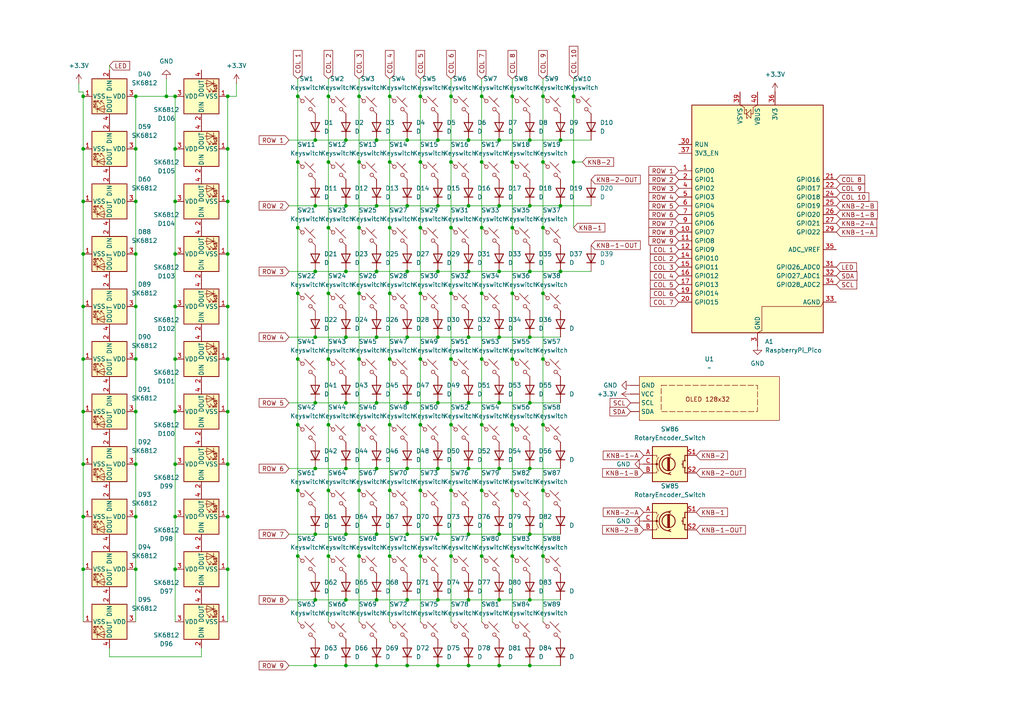
<source format=kicad_sch>
(kicad_sch (version 20250114) (generator "eeschema") (generator_version "9.0")
  (paper "A4")
  (lib_symbols
    (symbol "Device:D" (pin_numbers (hide yes)) (pin_names (offset 1.016) (hide yes))
      (property "Reference" "D" (at 0 2.54 0))
      (property "Value" "D" (at 0 -2.54 0))
      (symbol "D_1_1"
        (pin passive line (at -3.81 0 0) (length 2.54) (name "K") (number "1"))
        (pin passive line (at 3.81 0 180) (length 2.54) (name "A") (number "2"))
      )
    )
    (symbol "Device:RotaryEncoder_Switch" (pin_names (offset 0.254) (hide yes))
      (property "Reference" "SW" (at 0 6.604 0))
      (property "Value" "RotaryEncoder_Switch" (at 0 -6.604 0))
      (symbol "RotaryEncoder_Switch_1_1"
        (pin passive line (at -7.62 2.54 0) (length 2.54) (name "A") (number "A"))
        (pin passive line (at -7.62 0 0) (length 2.54) (name "C") (number "C"))
        (pin passive line (at -7.62 -2.54 0) (length 2.54) (name "B") (number "B"))
        (pin passive line (at 7.62 2.54 180) (length 2.54) (name "S1") (number "S1"))
        (pin passive line (at 7.62 -2.54 180) (length 2.54) (name "S2") (number "S2"))
      )
    )
    (symbol "Keyboard:OLED_128x32_(Thin)"
      (property "Reference" "U" (at 0 0 0))
      (symbol "OLED_128x32_(Thin)_1_1"
        (text "OLED 128x32" (at -0.508 -9.144 0) (effects (font (size 1.27 1.27) (thickness 0.1588))))
        (pin input line (at -22.86 -5.08 0) (length 2.54) (name "GND") (number ""))
        (pin input line (at -22.86 -7.62 0) (length 2.54) (name "VCC") (number ""))
        (pin input line (at -22.86 -10.16 0) (length 2.54) (name "SCL") (number ""))
        (pin input line (at -22.86 -12.7 0) (length 2.54) (name "SDA") (number ""))
      )
    )
    (symbol "LED:SK6812" (pin_names (offset 0.254))
      (property "Reference" "D" (at 5.08 5.715 0))
      (property "Value" "SK6812" (at 1.27 -5.715 0))
      (symbol "SK6812_0_0"
        (text "RGB" (at 2.286 -4.191 0) (effects (font (size 0.762 0.762))))
      )
      (symbol "SK6812_1_1"
        (pin input line (at -7.62 0 0) (length 2.54) (name "DIN") (number "2"))
        (pin power_in line (at 0 7.62 270) (length 2.54) (name "VDD") (number "3"))
        (pin power_in line (at 0 -7.62 90) (length 2.54) (name "VSS") (number "1"))
        (pin output line (at 7.62 0 180) (length 2.54) (name "DOUT") (number "4"))
      )
    )
    (symbol "MCU_Module:RaspberryPi_Pico" (pin_names (offset 0.762))
      (property "Reference" "A" (at -19.05 35.56 0))
      (property "Value" "RaspberryPi_Pico" (at 7.62 35.56 0))
      (symbol "RaspberryPi_Pico_1_1"
        (pin passive line (at -22.86 22.86 0) (length 3.81) (name "RUN") (number "30"))
        (pin passive line (at -22.86 20.32 0) (length 3.81) (name "3V3_EN") (number "37"))
        (pin bidirectional line (at -22.86 15.24 0) (length 3.81) (name "GPIO0") (number "1"))
        (pin bidirectional line (at -22.86 12.7 0) (length 3.81) (name "GPIO1") (number "2"))
        (pin bidirectional line (at -22.86 10.16 0) (length 3.81) (name "GPIO2") (number "4"))
        (pin bidirectional line (at -22.86 7.62 0) (length 3.81) (name "GPIO3") (number "5"))
        (pin bidirectional line (at -22.86 5.08 0) (length 3.81) (name "GPIO4") (number "6"))
        (pin bidirectional line (at -22.86 2.54 0) (length 3.81) (name "GPIO5") (number "7"))
        (pin bidirectional line (at -22.86 0 0) (length 3.81) (name "GPIO6") (number "9"))
        (pin bidirectional line (at -22.86 -2.54 0) (length 3.81) (name "GPIO7") (number "10"))
        (pin bidirectional line (at -22.86 -5.08 0) (length 3.81) (name "GPIO8") (number "11"))
        (pin bidirectional line (at -22.86 -7.62 0) (length 3.81) (name "GPIO9") (number "12"))
        (pin bidirectional line (at -22.86 -10.16 0) (length 3.81) (name "GPIO10") (number "14"))
        (pin bidirectional line (at -22.86 -12.7 0) (length 3.81) (name "GPIO11") (number "15"))
        (pin bidirectional line (at -22.86 -15.24 0) (length 3.81) (name "GPIO12") (number "16"))
        (pin bidirectional line (at -22.86 -17.78 0) (length 3.81) (name "GPIO13") (number "17"))
        (pin bidirectional line (at -22.86 -20.32 0) (length 3.81) (name "GPIO14") (number "19"))
        (pin bidirectional line (at -22.86 -22.86 0) (length 3.81) (name "GPIO15") (number "20"))
        (pin power_in line (at -5.08 38.1 270) (length 3.81) (name "VSYS") (number "39"))
        (pin power_out line (at 0 38.1 270) (length 3.81) (name "VBUS") (number "40"))
        (pin passive line (at 0 -35.56 90) (length 3.81) (hide yes) (name "GND") (number "13"))
        (pin passive line (at 0 -35.56 90) (length 3.81) (hide yes) (name "GND") (number "18"))
        (pin passive line (at 0 -35.56 90) (length 3.81) (hide yes) (name "GND") (number "23"))
        (pin passive line (at 0 -35.56 90) (length 3.81) (hide yes) (name "GND") (number "28"))
        (pin power_out line (at 0 -35.56 90) (length 3.81) (name "GND") (number "3"))
        (pin passive line (at 0 -35.56 90) (length 3.81) (hide yes) (name "GND") (number "38"))
        (pin passive line (at 0 -35.56 90) (length 3.81) (hide yes) (name "GND") (number "8"))
        (pin power_out line (at 5.08 38.1 270) (length 3.81) (name "3V3") (number "36"))
        (pin bidirectional line (at 22.86 12.7 180) (length 3.81) (name "GPIO16") (number "21"))
        (pin bidirectional line (at 22.86 10.16 180) (length 3.81) (name "GPIO17") (number "22"))
        (pin bidirectional line (at 22.86 7.62 180) (length 3.81) (name "GPIO18") (number "24"))
        (pin bidirectional line (at 22.86 5.08 180) (length 3.81) (name "GPIO19") (number "25"))
        (pin bidirectional line (at 22.86 2.54 180) (length 3.81) (name "GPIO20") (number "26"))
        (pin bidirectional line (at 22.86 0 180) (length 3.81) (name "GPIO21") (number "27"))
        (pin bidirectional line (at 22.86 -2.54 180) (length 3.81) (name "GPIO22") (number "29"))
        (pin power_in line (at 22.86 -7.62 180) (length 3.81) (name "ADC_VREF") (number "35"))
        (pin bidirectional line (at 22.86 -12.7 180) (length 3.81) (name "GPIO26_ADC0") (number "31"))
        (pin bidirectional line (at 22.86 -15.24 180) (length 3.81) (name "GPIO27_ADC1") (number "32"))
        (pin bidirectional line (at 22.86 -17.78 180) (length 3.81) (name "GPIO28_ADC2") (number "34"))
        (pin power_out line (at 22.86 -22.86 180) (length 3.81) (name "AGND") (number "33"))
      )
    )
    (symbol "Switch:SW_Push_45deg" (pin_numbers (hide yes)) (pin_names (offset 1.016) (hide yes))
      (property "Reference" "SW" (at 3.048 1.016 0))
      (property "Value" "SW_Push_45deg" (at 0 -3.81 0))
      (symbol "SW_Push_45deg_0_1"
        (pin passive line (at -2.54 2.54 0) (length 0) (name "1") (number "1"))
        (pin passive line (at 2.54 -2.54 180) (length 0) (name "2") (number "2"))
      )
    )
    (symbol "power:+3.3V" (power) (pin_numbers (hide yes)) (pin_names (offset 0) (hide yes))
      (property "Value" "+3.3V" (at 0 3.556 0))
      (symbol "+3.3V_1_1"
        (pin power_in line (at 0 0 90) (length 0) (name "~") (number "1"))
      )
    )
    (symbol "power:GND" (power) (pin_numbers (hide yes)) (pin_names (offset 0) (hide yes))
      (property "Value" "GND" (at 0 -3.81 0))
      (symbol "GND_1_1"
        (pin power_in line (at 0 0 270) (length 0) (name "~") (number "1"))
      )
    )
  )
  (junction (at 66.04 88.9))
  (junction (at 104.14 85.09))
  (junction (at 127 97.79))
  (junction (at 91.44 40.64))
  (junction (at 66.04 73.66))
  (junction (at 162.56 78.74))
  (junction (at 135.89 40.64))
  (junction (at 121.92 123.19))
  (junction (at 86.36 123.19))
  (junction (at 139.7 123.19))
  (junction (at 139.7 46.99))
  (junction (at 50.8 73.66))
  (junction (at 130.81 27.94))
  (junction (at 50.8 58.42))
  (junction (at 121.92 85.09))
  (junction (at 66.04 134.62))
  (junction (at 153.67 59.69))
  (junction (at 148.59 46.99))
  (junction (at 157.48 104.14))
  (junction (at 153.67 116.84))
  (junction (at 153.67 40.64))
  (junction (at 162.56 59.69))
  (junction (at 39.37 165.1))
  (junction (at 118.11 59.69))
  (junction (at 50.8 27.94))
  (junction (at 144.78 78.74))
  (junction (at 95.25 85.09))
  (junction (at 135.89 173.99))
  (junction (at 109.22 154.94))
  (junction (at 109.22 59.69))
  (junction (at 135.89 135.89))
  (junction (at 135.89 59.69))
  (junction (at 130.81 85.09))
  (junction (at 109.22 40.64))
  (junction (at 24.13 104.14))
  (junction (at 91.44 154.94))
  (junction (at 135.89 193.04))
  (junction (at 24.13 134.62))
  (junction (at 95.25 46.99))
  (junction (at 127 40.64))
  (junction (at 113.03 142.24))
  (junction (at 127 116.84))
  (junction (at 91.44 78.74))
  (junction (at 104.14 104.14))
  (junction (at 24.13 88.9))
  (junction (at 50.8 43.18))
  (junction (at 109.22 78.74))
  (junction (at 144.78 59.69))
  (junction (at 166.37 27.94))
  (junction (at 109.22 97.79))
  (junction (at 39.37 43.18))
  (junction (at 144.78 173.99))
  (junction (at 127 193.04))
  (junction (at 153.67 97.79))
  (junction (at 113.03 27.94))
  (junction (at 95.25 142.24))
  (junction (at 130.81 104.14))
  (junction (at 50.8 88.9))
  (junction (at 148.59 85.09))
  (junction (at 113.03 66.04))
  (junction (at 100.33 78.74))
  (junction (at 66.04 43.18))
  (junction (at 100.33 173.99))
  (junction (at 39.37 27.94))
  (junction (at 86.36 142.24))
  (junction (at 144.78 97.79))
  (junction (at 157.48 142.24))
  (junction (at 24.13 119.38))
  (junction (at 153.67 173.99))
  (junction (at 148.59 66.04))
  (junction (at 39.37 88.9))
  (junction (at 104.14 142.24))
  (junction (at 121.92 46.99))
  (junction (at 130.81 46.99))
  (junction (at 91.44 173.99))
  (junction (at 66.04 58.42))
  (junction (at 127 59.69))
  (junction (at 130.81 142.24))
  (junction (at 113.03 85.09))
  (junction (at 86.36 27.94))
  (junction (at 118.11 135.89))
  (junction (at 148.59 104.14))
  (junction (at 113.03 123.19))
  (junction (at 118.11 97.79))
  (junction (at 100.33 116.84))
  (junction (at 113.03 46.99))
  (junction (at 95.25 123.19))
  (junction (at 153.67 135.89))
  (junction (at 109.22 116.84))
  (junction (at 86.36 161.29))
  (junction (at 121.92 161.29))
  (junction (at 39.37 134.62))
  (junction (at 100.33 135.89))
  (junction (at 86.36 104.14))
  (junction (at 104.14 46.99))
  (junction (at 130.81 66.04))
  (junction (at 86.36 66.04))
  (junction (at 91.44 135.89))
  (junction (at 127 135.89))
  (junction (at 118.11 173.99))
  (junction (at 91.44 193.04))
  (junction (at 153.67 78.74))
  (junction (at 139.7 161.29))
  (junction (at 39.37 73.66))
  (junction (at 50.8 165.1))
  (junction (at 157.48 85.09))
  (junction (at 118.11 40.64))
  (junction (at 157.48 123.19))
  (junction (at 139.7 85.09))
  (junction (at 148.59 161.29))
  (junction (at 100.33 40.64))
  (junction (at 118.11 193.04))
  (junction (at 127 78.74))
  (junction (at 39.37 119.38))
  (junction (at 100.33 97.79))
  (junction (at 135.89 97.79))
  (junction (at 166.37 46.99))
  (junction (at 157.48 161.29))
  (junction (at 157.48 46.99))
  (junction (at 144.78 154.94))
  (junction (at 104.14 66.04))
  (junction (at 139.7 27.94))
  (junction (at 66.04 149.86))
  (junction (at 50.8 149.86))
  (junction (at 109.22 135.89))
  (junction (at 66.04 119.38))
  (junction (at 135.89 78.74))
  (junction (at 95.25 66.04))
  (junction (at 118.11 116.84))
  (junction (at 91.44 97.79))
  (junction (at 100.33 59.69))
  (junction (at 24.13 43.18))
  (junction (at 144.78 135.89))
  (junction (at 162.56 40.64))
  (junction (at 24.13 27.94))
  (junction (at 157.48 66.04))
  (junction (at 66.04 104.14))
  (junction (at 91.44 116.84))
  (junction (at 50.8 119.38))
  (junction (at 153.67 154.94))
  (junction (at 144.78 193.04))
  (junction (at 86.36 85.09))
  (junction (at 153.67 193.04))
  (junction (at 121.92 27.94))
  (junction (at 127 154.94))
  (junction (at 95.25 27.94))
  (junction (at 104.14 123.19))
  (junction (at 95.25 161.29))
  (junction (at 157.48 27.94))
  (junction (at 121.92 142.24))
  (junction (at 48.26 27.94))
  (junction (at 24.13 58.42))
  (junction (at 24.13 149.86))
  (junction (at 24.13 73.66))
  (junction (at 100.33 193.04))
  (junction (at 148.59 27.94))
  (junction (at 109.22 173.99))
  (junction (at 113.03 104.14))
  (junction (at 104.14 27.94))
  (junction (at 144.78 116.84))
  (junction (at 91.44 59.69))
  (junction (at 113.03 161.29))
  (junction (at 118.11 154.94))
  (junction (at 39.37 58.42))
  (junction (at 130.81 123.19))
  (junction (at 100.33 154.94))
  (junction (at 121.92 104.14))
  (junction (at 24.13 165.1))
  (junction (at 118.11 78.74))
  (junction (at 66.04 27.94))
  (junction (at 139.7 66.04))
  (junction (at 66.04 165.1))
  (junction (at 148.59 142.24))
  (junction (at 39.37 149.86))
  (junction (at 109.22 193.04))
  (junction (at 50.8 134.62))
  (junction (at 121.92 66.04))
  (junction (at 144.78 40.64))
  (junction (at 139.7 104.14))
  (junction (at 139.7 142.24))
  (junction (at 135.89 116.84))
  (junction (at 130.81 161.29))
  (junction (at 127 173.99))
  (junction (at 39.37 104.14))
  (junction (at 50.8 104.14))
  (junction (at 104.14 161.29))
  (junction (at 135.89 154.94))
  (junction (at 95.25 104.14))
  (junction (at 86.36 46.99))
  (junction (at 148.59 123.19))
  (wire (pts (xy 148.59 123.19) (xy 148.59 142.24)))
  (wire (pts (xy 95.25 161.29) (xy 95.25 180.34)))
  (wire (pts (xy 83.82 116.84) (xy 91.44 116.84)))
  (wire (pts (xy 130.81 123.19) (xy 130.81 142.24)))
  (wire (pts (xy 139.7 161.29) (xy 139.7 180.34)))
  (wire (pts (xy 118.11 193.04) (xy 127 193.04)))
  (wire (pts (xy 127 59.69) (xy 135.89 59.69)))
  (wire (pts (xy 157.48 123.19) (xy 157.48 142.24)))
  (wire (pts (xy 144.78 135.89) (xy 153.67 135.89)))
  (wire (pts (xy 113.03 142.24) (xy 113.03 161.29)))
  (wire (pts (xy 113.03 66.04) (xy 113.03 85.09)))
  (wire (pts (xy 118.11 135.89) (xy 127 135.89)))
  (wire (pts (xy 135.89 173.99) (xy 144.78 173.99)))
  (wire (pts (xy 118.11 97.79) (xy 127 97.79)))
  (wire (pts (xy 91.44 97.79) (xy 100.33 97.79)))
  (wire (pts (xy 130.81 142.24) (xy 130.81 161.29)))
  (wire (pts (xy 130.81 104.14) (xy 130.81 123.19)))
  (wire (pts (xy 148.59 66.04) (xy 148.59 85.09)))
  (wire (pts (xy 50.8 73.66) (xy 50.8 88.9)))
  (wire (pts (xy 127 193.04) (xy 135.89 193.04)))
  (wire (pts (xy 58.42 190.5) (xy 58.42 187.96)))
  (wire (pts (xy 130.81 27.94) (xy 130.81 46.99)))
  (wire (pts (xy 135.89 154.94) (xy 144.78 154.94)))
  (wire (pts (xy 121.92 142.24) (xy 121.92 161.29)))
  (wire (pts (xy 157.48 66.04) (xy 157.48 85.09)))
  (wire (pts (xy 127 40.64) (xy 135.89 40.64)))
  (wire (pts (xy 135.89 97.79) (xy 144.78 97.79)))
  (wire (pts (xy 148.59 46.99) (xy 148.59 66.04)))
  (wire (pts (xy 95.25 66.04) (xy 95.25 85.09)))
  (wire (pts (xy 91.44 135.89) (xy 100.33 135.89)))
  (wire (pts (xy 157.48 85.09) (xy 157.48 104.14)))
  (wire (pts (xy 144.78 59.69) (xy 153.67 59.69)))
  (wire (pts (xy 130.81 85.09) (xy 130.81 104.14)))
  (wire (pts (xy 139.7 123.19) (xy 139.7 142.24)))
  (wire (pts (xy 66.04 149.86) (xy 66.04 165.1)))
  (wire (pts (xy 144.78 97.79) (xy 153.67 97.79)))
  (wire (pts (xy 86.36 27.94) (xy 86.36 46.99)))
  (wire (pts (xy 104.14 85.09) (xy 104.14 104.14)))
  (wire (pts (xy 104.14 22.86) (xy 104.14 27.94)))
  (wire (pts (xy 166.37 46.99) (xy 166.37 66.04)))
  (wire (pts (xy 86.36 46.99) (xy 86.36 66.04)))
  (wire (pts (xy 50.8 88.9) (xy 50.8 104.14)))
  (wire (pts (xy 83.82 193.04) (xy 91.44 193.04)))
  (wire (pts (xy 83.82 40.64) (xy 91.44 40.64)))
  (wire (pts (xy 86.36 85.09) (xy 86.36 104.14)))
  (wire (pts (xy 24.13 149.86) (xy 24.13 165.1)))
  (wire (pts (xy 39.37 119.38) (xy 39.37 134.62)))
  (wire (pts (xy 50.8 58.42) (xy 50.8 73.66)))
  (wire (pts (xy 104.14 27.94) (xy 104.14 46.99)))
  (wire (pts (xy 109.22 116.84) (xy 118.11 116.84)))
  (wire (pts (xy 135.89 116.84) (xy 144.78 116.84)))
  (wire (pts (xy 95.25 104.14) (xy 95.25 123.19)))
  (wire (pts (xy 66.04 27.94) (xy 66.04 43.18)))
  (wire (pts (xy 91.44 116.84) (xy 100.33 116.84)))
  (wire (pts (xy 127 173.99) (xy 135.89 173.99)))
  (wire (pts (xy 104.14 104.14) (xy 104.14 123.19)))
  (wire (pts (xy 22.86 26.67) (xy 24.13 26.67)))
  (wire (pts (xy 135.89 135.89) (xy 144.78 135.89)))
  (wire (pts (xy 31.75 190.5) (xy 58.42 190.5)))
  (wire (pts (xy 39.37 149.86) (xy 39.37 165.1)))
  (wire (pts (xy 100.33 193.04) (xy 109.22 193.04)))
  (wire (pts (xy 148.59 27.94) (xy 148.59 46.99)))
  (wire (pts (xy 144.78 40.64) (xy 153.67 40.64)))
  (wire (pts (xy 162.56 40.64) (xy 171.45 40.64)))
  (wire (pts (xy 50.8 165.1) (xy 50.8 180.34)))
  (wire (pts (xy 148.59 85.09) (xy 148.59 104.14)))
  (wire (pts (xy 48.26 27.94) (xy 39.37 27.94)))
  (wire (pts (xy 91.44 59.69) (xy 100.33 59.69)))
  (wire (pts (xy 104.14 46.99) (xy 104.14 66.04)))
  (wire (pts (xy 153.67 154.94) (xy 162.56 154.94)))
  (wire (pts (xy 109.22 78.74) (xy 118.11 78.74)))
  (wire (pts (xy 113.03 123.19) (xy 113.03 142.24)))
  (wire (pts (xy 83.82 154.94) (xy 91.44 154.94)))
  (wire (pts (xy 144.78 193.04) (xy 153.67 193.04)))
  (wire (pts (xy 95.25 142.24) (xy 95.25 161.29)))
  (wire (pts (xy 39.37 58.42) (xy 39.37 73.66)))
  (wire (pts (xy 153.67 173.99) (xy 162.56 173.99)))
  (wire (pts (xy 153.67 40.64) (xy 162.56 40.64)))
  (wire (pts (xy 39.37 43.18) (xy 39.37 58.42)))
  (wire (pts (xy 127 135.89) (xy 135.89 135.89)))
  (wire (pts (xy 153.67 116.84) (xy 162.56 116.84)))
  (wire (pts (xy 39.37 104.14) (xy 39.37 119.38)))
  (wire (pts (xy 24.13 43.18) (xy 24.13 58.42)))
  (wire (pts (xy 130.81 66.04) (xy 130.81 85.09)))
  (wire (pts (xy 24.13 88.9) (xy 24.13 104.14)))
  (wire (pts (xy 22.86 24.13) (xy 22.86 26.67)))
  (wire (pts (xy 130.81 161.29) (xy 130.81 180.34)))
  (wire (pts (xy 83.82 59.69) (xy 91.44 59.69)))
  (wire (pts (xy 127 78.74) (xy 135.89 78.74)))
  (wire (pts (xy 109.22 154.94) (xy 118.11 154.94)))
  (wire (pts (xy 31.75 19.05) (xy 31.75 20.32)))
  (wire (pts (xy 109.22 135.89) (xy 118.11 135.89)))
  (wire (pts (xy 83.82 135.89) (xy 91.44 135.89)))
  (wire (pts (xy 24.13 58.42) (xy 24.13 73.66)))
  (wire (pts (xy 139.7 104.14) (xy 139.7 123.19)))
  (wire (pts (xy 66.04 104.14) (xy 66.04 119.38)))
  (wire (pts (xy 139.7 66.04) (xy 139.7 85.09)))
  (wire (pts (xy 86.36 142.24) (xy 86.36 161.29)))
  (wire (pts (xy 86.36 66.04) (xy 86.36 85.09)))
  (wire (pts (xy 113.03 22.86) (xy 113.03 27.94)))
  (wire (pts (xy 48.26 22.86) (xy 48.26 27.94)))
  (wire (pts (xy 148.59 104.14) (xy 148.59 123.19)))
  (wire (pts (xy 91.44 173.99) (xy 100.33 173.99)))
  (wire (pts (xy 24.13 165.1) (xy 24.13 180.34)))
  (wire (pts (xy 127 97.79) (xy 135.89 97.79)))
  (wire (pts (xy 118.11 173.99) (xy 127 173.99)))
  (wire (pts (xy 50.8 104.14) (xy 50.8 119.38)))
  (wire (pts (xy 139.7 27.94) (xy 139.7 46.99)))
  (wire (pts (xy 157.48 27.94) (xy 157.48 46.99)))
  (wire (pts (xy 144.78 78.74) (xy 153.67 78.74)))
  (wire (pts (xy 157.48 104.14) (xy 157.48 123.19)))
  (wire (pts (xy 68.58 27.94) (xy 66.04 27.94)))
  (wire (pts (xy 148.59 161.29) (xy 148.59 180.34)))
  (wire (pts (xy 100.33 97.79) (xy 109.22 97.79)))
  (wire (pts (xy 121.92 66.04) (xy 121.92 85.09)))
  (wire (pts (xy 153.67 59.69) (xy 162.56 59.69)))
  (wire (pts (xy 91.44 193.04) (xy 100.33 193.04)))
  (wire (pts (xy 104.14 161.29) (xy 104.14 180.34)))
  (wire (pts (xy 66.04 73.66) (xy 66.04 88.9)))
  (wire (pts (xy 121.92 22.86) (xy 121.92 27.94)))
  (wire (pts (xy 135.89 193.04) (xy 144.78 193.04)))
  (wire (pts (xy 144.78 154.94) (xy 153.67 154.94)))
  (wire (pts (xy 109.22 193.04) (xy 118.11 193.04)))
  (wire (pts (xy 121.92 46.99) (xy 121.92 66.04)))
  (wire (pts (xy 68.58 24.13) (xy 68.58 27.94)))
  (wire (pts (xy 104.14 66.04) (xy 104.14 85.09)))
  (wire (pts (xy 166.37 27.94) (xy 166.37 46.99)))
  (wire (pts (xy 148.59 142.24) (xy 148.59 161.29)))
  (wire (pts (xy 127 154.94) (xy 135.89 154.94)))
  (wire (pts (xy 39.37 73.66) (xy 39.37 88.9)))
  (wire (pts (xy 48.26 27.94) (xy 50.8 27.94)))
  (wire (pts (xy 100.33 116.84) (xy 109.22 116.84)))
  (wire (pts (xy 139.7 46.99) (xy 139.7 66.04)))
  (wire (pts (xy 86.36 22.86) (xy 86.36 27.94)))
  (wire (pts (xy 135.89 78.74) (xy 144.78 78.74)))
  (wire (pts (xy 130.81 22.86) (xy 130.81 27.94)))
  (wire (pts (xy 162.56 59.69) (xy 171.45 59.69)))
  (wire (pts (xy 157.48 142.24) (xy 157.48 161.29)))
  (wire (pts (xy 39.37 88.9) (xy 39.37 104.14)))
  (wire (pts (xy 109.22 173.99) (xy 118.11 173.99)))
  (wire (pts (xy 50.8 27.94) (xy 50.8 43.18)))
  (wire (pts (xy 66.04 134.62) (xy 66.04 149.86)))
  (wire (pts (xy 104.14 123.19) (xy 104.14 142.24)))
  (wire (pts (xy 121.92 123.19) (xy 121.92 142.24)))
  (wire (pts (xy 91.44 78.74) (xy 100.33 78.74)))
  (wire (pts (xy 109.22 97.79) (xy 118.11 97.79)))
  (wire (pts (xy 153.67 135.89) (xy 162.56 135.89)))
  (wire (pts (xy 86.36 161.29) (xy 86.36 180.34)))
  (wire (pts (xy 31.75 187.96) (xy 31.75 190.5)))
  (wire (pts (xy 100.33 135.89) (xy 109.22 135.89)))
  (wire (pts (xy 83.82 97.79) (xy 91.44 97.79)))
  (wire (pts (xy 66.04 165.1) (xy 66.04 180.34)))
  (wire (pts (xy 24.13 26.67) (xy 24.13 27.94)))
  (wire (pts (xy 121.92 161.29) (xy 121.92 180.34)))
  (wire (pts (xy 162.56 78.74) (xy 171.45 78.74)))
  (wire (pts (xy 144.78 116.84) (xy 153.67 116.84)))
  (wire (pts (xy 153.67 78.74) (xy 162.56 78.74)))
  (wire (pts (xy 66.04 88.9) (xy 66.04 104.14)))
  (wire (pts (xy 91.44 40.64) (xy 100.33 40.64)))
  (wire (pts (xy 86.36 104.14) (xy 86.36 123.19)))
  (wire (pts (xy 39.37 165.1) (xy 39.37 180.34)))
  (wire (pts (xy 157.48 161.29) (xy 157.48 180.34)))
  (wire (pts (xy 168.91 46.99) (xy 166.37 46.99)))
  (wire (pts (xy 127 116.84) (xy 135.89 116.84)))
  (wire (pts (xy 153.67 193.04) (xy 162.56 193.04)))
  (wire (pts (xy 118.11 40.64) (xy 127 40.64)))
  (wire (pts (xy 50.8 43.18) (xy 50.8 58.42)))
  (wire (pts (xy 113.03 104.14) (xy 113.03 123.19)))
  (wire (pts (xy 135.89 59.69) (xy 144.78 59.69)))
  (wire (pts (xy 166.37 22.86) (xy 166.37 27.94)))
  (wire (pts (xy 139.7 22.86) (xy 139.7 27.94)))
  (wire (pts (xy 24.13 119.38) (xy 24.13 134.62)))
  (wire (pts (xy 139.7 85.09) (xy 139.7 104.14)))
  (wire (pts (xy 118.11 78.74) (xy 127 78.74)))
  (wire (pts (xy 95.25 22.86) (xy 95.25 27.94)))
  (wire (pts (xy 95.25 46.99) (xy 95.25 66.04)))
  (wire (pts (xy 95.25 123.19) (xy 95.25 142.24)))
  (wire (pts (xy 130.81 46.99) (xy 130.81 66.04)))
  (wire (pts (xy 95.25 27.94) (xy 95.25 46.99)))
  (wire (pts (xy 39.37 27.94) (xy 39.37 43.18)))
  (wire (pts (xy 66.04 43.18) (xy 66.04 58.42)))
  (wire (pts (xy 118.11 154.94) (xy 127 154.94)))
  (wire (pts (xy 50.8 149.86) (xy 50.8 165.1)))
  (wire (pts (xy 100.33 59.69) (xy 109.22 59.69)))
  (wire (pts (xy 66.04 58.42) (xy 66.04 73.66)))
  (wire (pts (xy 109.22 59.69) (xy 118.11 59.69)))
  (wire (pts (xy 39.37 134.62) (xy 39.37 149.86)))
  (wire (pts (xy 100.33 40.64) (xy 109.22 40.64)))
  (wire (pts (xy 24.13 134.62) (xy 24.13 149.86)))
  (wire (pts (xy 118.11 116.84) (xy 127 116.84)))
  (wire (pts (xy 113.03 27.94) (xy 113.03 46.99)))
  (wire (pts (xy 153.67 97.79) (xy 162.56 97.79)))
  (wire (pts (xy 121.92 27.94) (xy 121.92 46.99)))
  (wire (pts (xy 95.25 85.09) (xy 95.25 104.14)))
  (wire (pts (xy 118.11 59.69) (xy 127 59.69)))
  (wire (pts (xy 100.33 78.74) (xy 109.22 78.74)))
  (wire (pts (xy 86.36 123.19) (xy 86.36 142.24)))
  (wire (pts (xy 50.8 119.38) (xy 50.8 134.62)))
  (wire (pts (xy 113.03 46.99) (xy 113.03 66.04)))
  (wire (pts (xy 24.13 73.66) (xy 24.13 88.9)))
  (wire (pts (xy 100.33 173.99) (xy 109.22 173.99)))
  (wire (pts (xy 113.03 161.29) (xy 113.03 180.34)))
  (wire (pts (xy 83.82 173.99) (xy 91.44 173.99)))
  (wire (pts (xy 83.82 78.74) (xy 91.44 78.74)))
  (wire (pts (xy 135.89 40.64) (xy 144.78 40.64)))
  (wire (pts (xy 148.59 22.86) (xy 148.59 27.94)))
  (wire (pts (xy 157.48 22.86) (xy 157.48 27.94)))
  (wire (pts (xy 100.33 154.94) (xy 109.22 154.94)))
  (wire (pts (xy 91.44 154.94) (xy 100.33 154.94)))
  (wire (pts (xy 144.78 173.99) (xy 153.67 173.99)))
  (wire (pts (xy 139.7 142.24) (xy 139.7 161.29)))
  (wire (pts (xy 50.8 134.62) (xy 50.8 149.86)))
  (wire (pts (xy 113.03 85.09) (xy 113.03 104.14)))
  (wire (pts (xy 157.48 46.99) (xy 157.48 66.04)))
  (wire (pts (xy 121.92 85.09) (xy 121.92 104.14)))
  (wire (pts (xy 66.04 119.38) (xy 66.04 134.62)))
  (wire (pts (xy 24.13 104.14) (xy 24.13 119.38)))
  (wire (pts (xy 24.13 27.94) (xy 24.13 43.18)))
  (wire (pts (xy 121.92 104.14) (xy 121.92 123.19)))
  (wire (pts (xy 109.22 40.64) (xy 118.11 40.64)))
  (wire (pts (xy 104.14 142.24) (xy 104.14 161.29)))
  (global_label "ROW 8" (shape input) (at 196.85 67.31 180) (property "Intersheetrefs" "${INTERSHEET_REFS}" (effects (hide yes))))
  (global_label "SCL" (shape input) (at 242.57 82.55 0) (property "Intersheetrefs" "${INTERSHEET_REFS}" (effects (hide yes))))
  (global_label "KNB-1-A" (shape input) (at 186.69 132.08 180) (property "Intersheetrefs" "${INTERSHEET_REFS}" (effects (hide yes))))
  (global_label "COL 2" (shape input) (at 196.85 74.93 180) (property "Intersheetrefs" "${INTERSHEET_REFS}" (effects (hide yes))))
  (global_label "ROW 7" (shape input) (at 83.82 154.94 180) (property "Intersheetrefs" "${INTERSHEET_REFS}" (effects (hide yes))))
  (global_label "KNB-1-B" (shape input) (at 242.57 62.23 0) (property "Intersheetrefs" "${INTERSHEET_REFS}" (effects (hide yes))))
  (global_label "COL 10" (shape input) (at 166.37 22.86 90) (property "Intersheetrefs" "${INTERSHEET_REFS}" (effects (hide yes))))
  (global_label "ROW 3" (shape input) (at 83.82 78.74 180) (property "Intersheetrefs" "${INTERSHEET_REFS}" (effects (hide yes))))
  (global_label "COL 4" (shape input) (at 196.85 80.01 180) (property "Intersheetrefs" "${INTERSHEET_REFS}" (effects (hide yes))))
  (global_label "COL 8" (shape input) (at 242.57 52.07 0) (property "Intersheetrefs" "${INTERSHEET_REFS}" (effects (hide yes))))
  (global_label "KNB-2-B" (shape input) (at 186.69 153.67 180) (property "Intersheetrefs" "${INTERSHEET_REFS}" (effects (hide yes))))
  (global_label "SDA" (shape input) (at 242.57 80.01 0) (property "Intersheetrefs" "${INTERSHEET_REFS}" (effects (hide yes))))
  (global_label "KNB-1" (shape input) (at 201.93 148.59 0) (property "Intersheetrefs" "${INTERSHEET_REFS}" (effects (hide yes))))
  (global_label "ROW 5" (shape input) (at 196.85 59.69 180) (property "Intersheetrefs" "${INTERSHEET_REFS}" (effects (hide yes))))
  (global_label "KNB-2-A" (shape input) (at 186.69 148.59 180) (property "Intersheetrefs" "${INTERSHEET_REFS}" (effects (hide yes))))
  (global_label "KNB-2-A" (shape input) (at 242.57 64.77 0) (property "Intersheetrefs" "${INTERSHEET_REFS}" (effects (hide yes))))
  (global_label "ROW 4" (shape input) (at 83.82 97.79 180) (property "Intersheetrefs" "${INTERSHEET_REFS}" (effects (hide yes))))
  (global_label "COL 4" (shape input) (at 113.03 22.86 90) (property "Intersheetrefs" "${INTERSHEET_REFS}" (effects (hide yes))))
  (global_label "KNB-2-OUT" (shape input) (at 201.93 137.16 0) (property "Intersheetrefs" "${INTERSHEET_REFS}" (effects (hide yes))))
  (global_label "ROW 9" (shape input) (at 196.85 69.85 180) (property "Intersheetrefs" "${INTERSHEET_REFS}" (effects (hide yes))))
  (global_label "KNB-1-OUT" (shape input) (at 171.45 71.12 0) (property "Intersheetrefs" "${INTERSHEET_REFS}" (effects (hide yes))))
  (global_label "SCL" (shape input) (at 182.88 116.84 180) (property "Intersheetrefs" "${INTERSHEET_REFS}" (effects (hide yes))))
  (global_label "COL 7" (shape input) (at 139.7 22.86 90) (property "Intersheetrefs" "${INTERSHEET_REFS}" (effects (hide yes))))
  (global_label "COL 5" (shape input) (at 196.85 82.55 180) (property "Intersheetrefs" "${INTERSHEET_REFS}" (effects (hide yes))))
  (global_label "KNB-2" (shape input) (at 168.91 46.99 0) (property "Intersheetrefs" "${INTERSHEET_REFS}" (effects (hide yes))))
  (global_label "ROW 8" (shape input) (at 83.82 173.99 180) (property "Intersheetrefs" "${INTERSHEET_REFS}" (effects (hide yes))))
  (global_label "COL 6" (shape input) (at 130.81 22.86 90) (property "Intersheetrefs" "${INTERSHEET_REFS}" (effects (hide yes))))
  (global_label "SDA" (shape input) (at 182.88 119.38 180) (property "Intersheetrefs" "${INTERSHEET_REFS}" (effects (hide yes))))
  (global_label "KNB-2-B" (shape input) (at 242.57 59.69 0) (property "Intersheetrefs" "${INTERSHEET_REFS}" (effects (hide yes))))
  (global_label "ROW 4" (shape input) (at 196.85 57.15 180) (property "Intersheetrefs" "${INTERSHEET_REFS}" (effects (hide yes))))
  (global_label "KNB-2-OUT" (shape input) (at 171.45 52.07 0) (property "Intersheetrefs" "${INTERSHEET_REFS}" (effects (hide yes))))
  (global_label "ROW 6" (shape input) (at 196.85 62.23 180) (property "Intersheetrefs" "${INTERSHEET_REFS}" (effects (hide yes))))
  (global_label "ROW 1" (shape input) (at 83.82 40.64 180) (property "Intersheetrefs" "${INTERSHEET_REFS}" (effects (hide yes))))
  (global_label "ROW 2" (shape input) (at 196.85 52.07 180) (property "Intersheetrefs" "${INTERSHEET_REFS}" (effects (hide yes))))
  (global_label "COL 10" (shape input) (at 242.57 57.15 0) (property "Intersheetrefs" "${INTERSHEET_REFS}" (effects (hide yes))))
  (global_label "ROW 1" (shape input) (at 196.85 49.53 180) (property "Intersheetrefs" "${INTERSHEET_REFS}" (effects (hide yes))))
  (global_label "LED" (shape input) (at 242.57 77.47 0) (property "Intersheetrefs" "${INTERSHEET_REFS}" (effects (hide yes))))
  (global_label "LED" (shape input) (at 31.75 19.05 0) (property "Intersheetrefs" "${INTERSHEET_REFS}" (effects (hide yes))))
  (global_label "COL 3" (shape input) (at 104.14 22.86 90) (property "Intersheetrefs" "${INTERSHEET_REFS}" (effects (hide yes))))
  (global_label "KNB-1" (shape input) (at 166.37 66.04 0) (property "Intersheetrefs" "${INTERSHEET_REFS}" (effects (hide yes))))
  (global_label "COL 6" (shape input) (at 196.85 85.09 180) (property "Intersheetrefs" "${INTERSHEET_REFS}" (effects (hide yes))))
  (global_label "COL 2" (shape input) (at 95.25 22.86 90) (property "Intersheetrefs" "${INTERSHEET_REFS}" (effects (hide yes))))
  (global_label "ROW 6" (shape input) (at 83.82 135.89 180) (property "Intersheetrefs" "${INTERSHEET_REFS}" (effects (hide yes))))
  (global_label "ROW 7" (shape input) (at 196.85 64.77 180) (property "Intersheetrefs" "${INTERSHEET_REFS}" (effects (hide yes))))
  (global_label "KNB-2" (shape input) (at 201.93 132.08 0) (property "Intersheetrefs" "${INTERSHEET_REFS}" (effects (hide yes))))
  (global_label "COL 1" (shape input) (at 86.36 22.86 90) (property "Intersheetrefs" "${INTERSHEET_REFS}" (effects (hide yes))))
  (global_label "ROW 3" (shape input) (at 196.85 54.61 180) (property "Intersheetrefs" "${INTERSHEET_REFS}" (effects (hide yes))))
  (global_label "ROW 5" (shape input) (at 83.82 116.84 180) (property "Intersheetrefs" "${INTERSHEET_REFS}" (effects (hide yes))))
  (global_label "KNB-1-B" (shape input) (at 186.69 137.16 180) (property "Intersheetrefs" "${INTERSHEET_REFS}" (effects (hide yes))))
  (global_label "COL 8" (shape input) (at 148.59 22.86 90) (property "Intersheetrefs" "${INTERSHEET_REFS}" (effects (hide yes))))
  (global_label "COL 1" (shape input) (at 196.85 72.39 180) (property "Intersheetrefs" "${INTERSHEET_REFS}" (effects (hide yes))))
  (global_label "ROW 9" (shape input) (at 83.82 193.04 180) (property "Intersheetrefs" "${INTERSHEET_REFS}" (effects (hide yes))))
  (global_label "COL 3" (shape input) (at 196.85 77.47 180) (property "Intersheetrefs" "${INTERSHEET_REFS}" (effects (hide yes))))
  (global_label "KNB-1-A" (shape input) (at 242.57 67.31 0) (property "Intersheetrefs" "${INTERSHEET_REFS}" (effects (hide yes))))
  (global_label "KNB-1-OUT" (shape input) (at 201.93 153.67 0) (property "Intersheetrefs" "${INTERSHEET_REFS}" (effects (hide yes))))
  (global_label "COL 7" (shape input) (at 196.85 87.63 180) (property "Intersheetrefs" "${INTERSHEET_REFS}" (effects (hide yes))))
  (global_label "ROW 2" (shape input) (at 83.82 59.69 180) (property "Intersheetrefs" "${INTERSHEET_REFS}" (effects (hide yes))))
  (global_label "COL 9" (shape input) (at 157.48 22.86 90) (property "Intersheetrefs" "${INTERSHEET_REFS}" (effects (hide yes))))
  (global_label "COL 5" (shape input) (at 121.92 22.86 90) (property "Intersheetrefs" "${INTERSHEET_REFS}" (effects (hide yes))))
  (global_label "COL 9" (shape input) (at 242.57 54.61 0) (property "Intersheetrefs" "${INTERSHEET_REFS}" (effects (hide yes))))
  (symbol (lib_id "Device:D") (at 153.67 132.08 90) (unit 1)
    (property "Reference" "D56" (at 156.21 130.8099 90) (effects (justify right)))
    (property "Value" "D" (at 156.21 133.3499 90) (effects (justify right)))
    (property "Description" "Diode" (effects (hide yes)))
    (property "Sim.Device" "D" (effects (hide yes)))
    (property "Sim.Pins" "1=K 2=A" (effects (hide yes)))
  )
  (symbol (lib_id "LED:SK6812") (at 58.42 73.66 90) (unit 1)
    (property "Reference" "D103" (at 48.26 80.0802 90))
    (property "Value" "SK6812" (at 48.26 77.5402 90))
    (property "Footprint" "LED_SMD:LED_SK6812_PLCC4_5.0x5.0mm_P3.2mm" (effects (hide yes)))
    (property "Datasheet" "https://cdn-shop.adafruit.com/product-files/1138/SK6812+LED+datasheet+.pdf" (effects (hide yes)))
    (property "Description" "RGB LED with integrated controller" (effects (hide yes)))
  )
  (symbol (lib_id "Device:D") (at 153.67 189.23 90) (unit 1)
    (property "Reference" "D84" (at 156.21 187.9599 90) (effects (justify right)))
    (property "Value" "D" (at 156.21 190.4999 90) (effects (justify right)))
    (property "Description" "Diode" (effects (hide yes)))
    (property "Sim.Device" "D" (effects (hide yes)))
    (property "Sim.Pins" "1=K 2=A" (effects (hide yes)))
  )
  (symbol (lib_id "Device:D") (at 109.22 170.18 90) (unit 1)
    (property "Reference" "D68" (at 111.76 168.9099 90) (effects (justify right)))
    (property "Value" "D" (at 111.76 171.4499 90) (effects (justify right)))
    (property "Description" "Diode" (effects (hide yes)))
    (property "Sim.Device" "D" (effects (hide yes)))
    (property "Sim.Pins" "1=K 2=A" (effects (hide yes)))
  )
  (symbol (lib_id "LED:SK6812") (at 58.42 104.14 90) (unit 1)
    (property "Reference" "D101" (at 48.26 110.5602 90))
    (property "Value" "SK6812" (at 48.26 108.0202 90))
    (property "Footprint" "LED_SMD:LED_SK6812_PLCC4_5.0x5.0mm_P3.2mm" (effects (hide yes)))
    (property "Datasheet" "https://cdn-shop.adafruit.com/product-files/1138/SK6812+LED+datasheet+.pdf" (effects (hide yes)))
    (property "Description" "RGB LED with integrated controller" (effects (hide yes)))
  )
  (symbol (lib_id "Switch:SW_Push_45deg") (at 133.35 106.68 0) (unit 1)
    (property "Reference" "SW51" (at 133.35 99.06 0))
    (property "Value" "Keyswitch" (at 133.35 101.6 0))
    (property "Description" "Push button switch, normally open, two pins, 45° tilted" (effects (hide yes)))
  )
  (symbol (lib_id "Switch:SW_Push_45deg") (at 97.79 125.73 0) (unit 1)
    (property "Reference" "SW44" (at 97.79 118.11 0))
    (property "Value" "Keyswitch" (at 97.79 120.65 0))
    (property "Description" "Push button switch, normally open, two pins, 45° tilted" (effects (hide yes)))
  )
  (symbol (lib_id "LED:SK6812") (at 31.75 43.18 270) (unit 1)
    (property "Reference" "D59" (at 41.91 36.7598 90))
    (property "Value" "SK6812" (at 41.91 39.2998 90))
    (property "Footprint" "LED_SMD:LED_SK6812_PLCC4_5.0x5.0mm_P3.2mm" (effects (hide yes)))
    (property "Datasheet" "https://cdn-shop.adafruit.com/product-files/1138/SK6812+LED+datasheet+.pdf" (effects (hide yes)))
    (property "Description" "RGB LED with integrated controller" (effects (hide yes)))
  )
  (symbol (lib_id "Switch:SW_Push_45deg") (at 133.35 87.63 0) (unit 1)
    (property "Reference" "SW32" (at 133.35 80.01 0))
    (property "Value" "Keyswitch" (at 133.35 82.55 0))
    (property "Description" "Push button switch, normally open, two pins, 45° tilted" (effects (hide yes)))
  )
  (symbol (lib_id "Device:D") (at 135.89 151.13 90) (unit 1)
    (property "Reference" "D76" (at 138.43 149.8599 90) (effects (justify right)))
    (property "Value" "D" (at 138.43 152.3999 90) (effects (justify right)))
    (property "Description" "Diode" (effects (hide yes)))
    (property "Sim.Device" "D" (effects (hide yes)))
    (property "Sim.Pins" "1=K 2=A" (effects (hide yes)))
  )
  (symbol (lib_id "Device:D") (at 91.44 170.18 90) (unit 1)
    (property "Reference" "D62" (at 93.98 168.9099 90) (effects (justify right)))
    (property "Value" "D" (at 93.98 171.4499 90) (effects (justify right)))
    (property "Description" "Diode" (effects (hide yes)))
    (property "Sim.Device" "D" (effects (hide yes)))
    (property "Sim.Pins" "1=K 2=A" (effects (hide yes)))
  )
  (symbol (lib_id "Switch:SW_Push_45deg") (at 160.02 144.78 0) (unit 1)
    (property "Reference" "SW87" (at 160.02 137.16 0))
    (property "Value" "Keyswitch" (at 160.02 139.7 0))
    (property "Description" "Push button switch, normally open, two pins, 45° tilted" (effects (hide yes)))
  )
  (symbol (lib_id "Device:D") (at 118.11 113.03 90) (unit 1)
    (property "Reference" "D47" (at 120.65 111.7599 90) (effects (justify right)))
    (property "Value" "D" (at 120.65 114.2999 90) (effects (justify right)))
    (property "Description" "Diode" (effects (hide yes)))
    (property "Sim.Device" "D" (effects (hide yes)))
    (property "Sim.Pins" "1=K 2=A" (effects (hide yes)))
  )
  (symbol (lib_id "Switch:SW_Push_45deg") (at 151.13 144.78 0) (unit 1)
    (property "Reference" "SW82" (at 151.13 137.16 0))
    (property "Value" "Keyswitch" (at 151.13 139.7 0))
    (property "Description" "Push button switch, normally open, two pins, 45° tilted" (effects (hide yes)))
  )
  (symbol (lib_id "Device:D") (at 135.89 36.83 90) (unit 1)
    (property "Reference" "D6" (at 138.43 35.5599 90) (effects (justify right)))
    (property "Value" "D" (at 138.43 38.0999 90) (effects (justify right)))
    (property "Description" "Diode" (effects (hide yes)))
    (property "Sim.Device" "D" (effects (hide yes)))
    (property "Sim.Pins" "1=K 2=A" (effects (hide yes)))
  )
  (symbol (lib_id "Switch:SW_Push_45deg") (at 151.13 49.53 0) (unit 1)
    (property "Reference" "SW18" (at 151.13 41.91 0))
    (property "Value" "Keyswitch" (at 151.13 44.45 0))
    (property "Description" "Push button switch, normally open, two pins, 45° tilted" (effects (hide yes)))
  )
  (symbol (lib_id "Switch:SW_Push_45deg") (at 133.35 68.58 0) (unit 1)
    (property "Reference" "SW31" (at 133.35 60.96 0))
    (property "Value" "Keyswitch" (at 133.35 63.5 0))
    (property "Description" "Push button switch, normally open, two pins, 45° tilted" (effects (hide yes)))
  )
  (symbol (lib_id "LED:SK6812") (at 31.75 165.1 270) (unit 1)
    (property "Reference" "D94" (at 41.91 158.6798 90))
    (property "Value" "SK6812" (at 41.91 161.2198 90))
    (property "Footprint" "LED_SMD:LED_SK6812_PLCC4_5.0x5.0mm_P3.2mm" (effects (hide yes)))
    (property "Datasheet" "https://cdn-shop.adafruit.com/product-files/1138/SK6812+LED+datasheet+.pdf" (effects (hide yes)))
    (property "Description" "RGB LED with integrated controller" (effects (hide yes)))
  )
  (symbol (lib_id "Device:D") (at 171.45 36.83 90) (unit 1)
    (property "Reference" "D10" (at 173.99 35.5599 90) (effects (justify right)))
    (property "Value" "D" (at 173.99 38.0999 90) (effects (justify right)))
    (property "Description" "Diode" (effects (hide yes)))
    (property "Sim.Device" "D" (effects (hide yes)))
    (property "Sim.Pins" "1=K 2=A" (effects (hide yes)))
  )
  (symbol (lib_id "Switch:SW_Push_45deg") (at 88.9 49.53 0) (unit 1)
    (property "Reference" "SW11" (at 88.9 41.91 0))
    (property "Value" "Keyswitch" (at 88.9 44.45 0))
    (property "Description" "Push button switch, normally open, two pins, 45° tilted" (effects (hide yes)))
  )
  (symbol (lib_id "Device:D") (at 91.44 36.83 90) (unit 1)
    (property "Reference" "D1" (at 93.98 35.5599 90) (effects (justify right)))
    (property "Value" "D" (at 93.98 38.0999 90) (effects (justify right)))
    (property "Description" "Diode" (effects (hide yes)))
    (property "Sim.Device" "D" (effects (hide yes)))
    (property "Sim.Pins" "1=K 2=A" (effects (hide yes)))
  )
  (symbol (lib_id "Device:D") (at 100.33 170.18 90) (unit 1)
    (property "Reference" "D65" (at 102.87 168.9099 90) (effects (justify right)))
    (property "Value" "D" (at 102.87 171.4499 90) (effects (justify right)))
    (property "Description" "Diode" (effects (hide yes)))
    (property "Sim.Device" "D" (effects (hide yes)))
    (property "Sim.Pins" "1=K 2=A" (effects (hide yes)))
  )
  (symbol (lib_id "Device:D") (at 91.44 151.13 90) (unit 1)
    (property "Reference" "D61" (at 93.98 149.8599 90) (effects (justify right)))
    (property "Value" "D" (at 93.98 152.3999 90) (effects (justify right)))
    (property "Description" "Diode" (effects (hide yes)))
    (property "Sim.Device" "D" (effects (hide yes)))
    (property "Sim.Pins" "1=K 2=A" (effects (hide yes)))
  )
  (symbol (lib_id "Switch:SW_Push_45deg") (at 142.24 125.73 0) (unit 1)
    (property "Reference" "SW54" (at 142.24 118.11 0))
    (property "Value" "Keyswitch" (at 142.24 120.65 0))
    (property "Description" "Push button switch, normally open, two pins, 45° tilted" (effects (hide yes)))
  )
  (symbol (lib_id "Switch:SW_Push_45deg") (at 142.24 106.68 0) (unit 1)
    (property "Reference" "SW53" (at 142.24 99.06 0))
    (property "Value" "Keyswitch" (at 142.24 101.6 0))
    (property "Description" "Push button switch, normally open, two pins, 45° tilted" (effects (hide yes)))
  )
  (symbol (lib_id "Device:D") (at 118.11 74.93 90) (unit 1)
    (property "Reference" "D27" (at 120.65 73.6599 90) (effects (justify right)))
    (property "Value" "D" (at 120.65 76.1999 90) (effects (justify right)))
    (property "Description" "Diode" (effects (hide yes)))
    (property "Sim.Device" "D" (effects (hide yes)))
    (property "Sim.Pins" "1=K 2=A" (effects (hide yes)))
  )
  (symbol (lib_id "Device:D") (at 118.11 93.98 90) (unit 1)
    (property "Reference" "D28" (at 120.65 92.7099 90) (effects (justify right)))
    (property "Value" "D" (at 120.65 95.2499 90) (effects (justify right)))
    (property "Description" "Diode" (effects (hide yes)))
    (property "Sim.Device" "D" (effects (hide yes)))
    (property "Sim.Pins" "1=K 2=A" (effects (hide yes)))
  )
  (symbol (lib_id "LED:SK6812") (at 31.75 119.38 270) (unit 1)
    (property "Reference" "D91" (at 41.91 112.9598 90))
    (property "Value" "SK6812" (at 41.91 115.4998 90))
    (property "Footprint" "LED_SMD:LED_SK6812_PLCC4_5.0x5.0mm_P3.2mm" (effects (hide yes)))
    (property "Datasheet" "https://cdn-shop.adafruit.com/product-files/1138/SK6812+LED+datasheet+.pdf" (effects (hide yes)))
    (property "Description" "RGB LED with integrated controller" (effects (hide yes)))
  )
  (symbol (lib_id "LED:SK6812") (at 31.75 104.14 270) (unit 1)
    (property "Reference" "D90" (at 41.91 97.7198 90))
    (property "Value" "SK6812" (at 41.91 100.2598 90))
    (property "Footprint" "LED_SMD:LED_SK6812_PLCC4_5.0x5.0mm_P3.2mm" (effects (hide yes)))
    (property "Datasheet" "https://cdn-shop.adafruit.com/product-files/1138/SK6812+LED+datasheet+.pdf" (effects (hide yes)))
    (property "Description" "RGB LED with integrated controller" (effects (hide yes)))
  )
  (symbol (lib_id "Device:D") (at 144.78 74.93 90) (unit 1)
    (property "Reference" "D33" (at 147.32 73.6599 90) (effects (justify right)))
    (property "Value" "D" (at 147.32 76.1999 90) (effects (justify right)))
    (property "Description" "Diode" (effects (hide yes)))
    (property "Sim.Device" "D" (effects (hide yes)))
    (property "Sim.Pins" "1=K 2=A" (effects (hide yes)))
  )
  (symbol (lib_id "Switch:SW_Push_45deg") (at 151.13 163.83 0) (unit 1)
    (property "Reference" "SW83" (at 151.13 156.21 0))
    (property "Value" "Keyswitch" (at 151.13 158.75 0))
    (property "Description" "Push button switch, normally open, two pins, 45° tilted" (effects (hide yes)))
  )
  (symbol (lib_id "power:+3.3V") (at 22.86 24.13 0) (unit 1)
    (property "Reference" "#PWR07" (effects (hide yes)))
    (property "Value" "+3.3V" (at 22.86 19.05 0))
    (property "Description" "Power symbol creates a global label with name \"+3.3V\"" (effects (hide yes)))
  )
  (symbol (lib_id "Device:D") (at 127 93.98 90) (unit 1)
    (property "Reference" "D30" (at 129.54 92.7099 90) (effects (justify right)))
    (property "Value" "D" (at 129.54 95.2499 90) (effects (justify right)))
    (property "Description" "Diode" (effects (hide yes)))
    (property "Sim.Device" "D" (effects (hide yes)))
    (property "Sim.Pins" "1=K 2=A" (effects (hide yes)))
  )
  (symbol (lib_id "Device:D") (at 109.22 55.88 90) (unit 1)
    (property "Reference" "D13" (at 111.76 54.6099 90) (effects (justify right)))
    (property "Value" "D" (at 111.76 57.1499 90) (effects (justify right)))
    (property "Description" "Diode" (effects (hide yes)))
    (property "Sim.Device" "D" (effects (hide yes)))
    (property "Sim.Pins" "1=K 2=A" (effects (hide yes)))
  )
  (symbol (lib_id "Switch:SW_Push_45deg") (at 151.13 182.88 0) (unit 1)
    (property "Reference" "SW84" (at 151.13 175.26 0))
    (property "Value" "Keyswitch" (at 151.13 177.8 0))
    (property "Description" "Push button switch, normally open, two pins, 45° tilted" (effects (hide yes)))
  )
  (symbol (lib_id "LED:SK6812") (at 31.75 180.34 270) (unit 1)
    (property "Reference" "D95" (at 41.91 173.9198 90))
    (property "Value" "SK6812" (at 41.91 176.4598 90))
    (property "Footprint" "LED_SMD:LED_SK6812_PLCC4_5.0x5.0mm_P3.2mm" (effects (hide yes)))
    (property "Datasheet" "https://cdn-shop.adafruit.com/product-files/1138/SK6812+LED+datasheet+.pdf" (effects (hide yes)))
    (property "Description" "RGB LED with integrated controller" (effects (hide yes)))
  )
  (symbol (lib_id "Switch:SW_Push_45deg") (at 115.57 144.78 0) (unit 1)
    (property "Reference" "SW70" (at 115.57 137.16 0))
    (property "Value" "Keyswitch" (at 115.57 139.7 0))
    (property "Description" "Push button switch, normally open, two pins, 45° tilted" (effects (hide yes)))
  )
  (symbol (lib_id "Device:D") (at 100.33 74.93 90) (unit 1)
    (property "Reference" "D23" (at 102.87 73.6599 90) (effects (justify right)))
    (property "Value" "D" (at 102.87 76.1999 90) (effects (justify right)))
    (property "Description" "Diode" (effects (hide yes)))
    (property "Sim.Device" "D" (effects (hide yes)))
    (property "Sim.Pins" "1=K 2=A" (effects (hide yes)))
  )
  (symbol (lib_id "Device:D") (at 118.11 36.83 90) (unit 1)
    (property "Reference" "D4" (at 120.65 35.5599 90) (effects (justify right)))
    (property "Value" "D" (at 120.65 38.0999 90) (effects (justify right)))
    (property "Description" "Diode" (effects (hide yes)))
    (property "Sim.Device" "D" (effects (hide yes)))
    (property "Sim.Pins" "1=K 2=A" (effects (hide yes)))
  )
  (symbol (lib_id "Switch:SW_Push_45deg") (at 115.57 182.88 0) (unit 1)
    (property "Reference" "SW72" (at 115.57 175.26 0))
    (property "Value" "Keyswitch" (at 115.57 177.8 0))
    (property "Description" "Push button switch, normally open, two pins, 45° tilted" (effects (hide yes)))
  )
  (symbol (lib_id "Device:D") (at 153.67 113.03 90) (unit 1)
    (property "Reference" "D55" (at 156.21 111.7599 90) (effects (justify right)))
    (property "Value" "D" (at 156.21 114.2999 90) (effects (justify right)))
    (property "Description" "Diode" (effects (hide yes)))
    (property "Sim.Device" "D" (effects (hide yes)))
    (property "Sim.Pins" "1=K 2=A" (effects (hide yes)))
  )
  (symbol (lib_id "Switch:SW_Push_45deg") (at 133.35 182.88 0) (unit 1)
    (property "Reference" "SW78" (at 133.35 175.26 0))
    (property "Value" "Keyswitch" (at 133.35 177.8 0))
    (property "Description" "Push button switch, normally open, two pins, 45° tilted" (effects (hide yes)))
  )
  (symbol (lib_id "Switch:SW_Push_45deg") (at 133.35 125.73 0) (unit 1)
    (property "Reference" "SW52" (at 133.35 118.11 0))
    (property "Value" "Keyswitch" (at 133.35 120.65 0))
    (property "Description" "Push button switch, normally open, two pins, 45° tilted" (effects (hide yes)))
  )
  (symbol (lib_id "Device:D") (at 144.78 36.83 90) (unit 1)
    (property "Reference" "D7" (at 147.32 35.5599 90) (effects (justify right)))
    (property "Value" "D" (at 147.32 38.0999 90) (effects (justify right)))
    (property "Description" "Diode" (effects (hide yes)))
    (property "Sim.Device" "D" (effects (hide yes)))
    (property "Sim.Pins" "1=K 2=A" (effects (hide yes)))
  )
  (symbol (lib_id "Device:D") (at 109.22 189.23 90) (unit 1)
    (property "Reference" "D69" (at 111.76 187.9599 90) (effects (justify right)))
    (property "Value" "D" (at 111.76 190.4999 90) (effects (justify right)))
    (property "Description" "Diode" (effects (hide yes)))
    (property "Sim.Device" "D" (effects (hide yes)))
    (property "Sim.Pins" "1=K 2=A" (effects (hide yes)))
  )
  (symbol (lib_id "Switch:SW_Push_45deg") (at 106.68 30.48 0) (unit 1)
    (property "Reference" "SW3" (at 106.68 22.86 0))
    (property "Value" "Keyswitch" (at 106.68 25.4 0))
    (property "Description" "Push button switch, normally open, two pins, 45° tilted" (effects (hide yes)))
  )
  (symbol (lib_id "Switch:SW_Push_45deg") (at 133.35 30.48 0) (unit 1)
    (property "Reference" "SW6" (at 133.35 22.86 0))
    (property "Value" "Keyswitch" (at 133.35 25.4 0))
    (property "Description" "Push button switch, normally open, two pins, 45° tilted" (effects (hide yes)))
  )
  (symbol (lib_id "Device:D") (at 127 74.93 90) (unit 1)
    (property "Reference" "D29" (at 129.54 73.6599 90) (effects (justify right)))
    (property "Value" "D" (at 129.54 76.1999 90) (effects (justify right)))
    (property "Description" "Diode" (effects (hide yes)))
    (property "Sim.Device" "D" (effects (hide yes)))
    (property "Sim.Pins" "1=K 2=A" (effects (hide yes)))
  )
  (symbol (lib_id "Switch:SW_Push_45deg") (at 106.68 106.68 0) (unit 1)
    (property "Reference" "SW45" (at 106.68 99.06 0))
    (property "Value" "Keyswitch" (at 106.68 101.6 0))
    (property "Description" "Push button switch, normally open, two pins, 45° tilted" (effects (hide yes)))
  )
  (symbol (lib_id "power:GND") (at 48.26 22.86 180) (unit 1)
    (property "Reference" "#PWR08" (effects (hide yes)))
    (property "Value" "GND" (at 48.26 17.78 0))
    (property "Description" "Power symbol creates a global label with name \"GND\" , ground" (effects (hide yes)))
  )
  (symbol (lib_id "Device:D") (at 109.22 113.03 90) (unit 1)
    (property "Reference" "D45" (at 111.76 111.7599 90) (effects (justify right)))
    (property "Value" "D" (at 111.76 114.2999 90) (effects (justify right)))
    (property "Description" "Diode" (effects (hide yes)))
    (property "Sim.Device" "D" (effects (hide yes)))
    (property "Sim.Pins" "1=K 2=A" (effects (hide yes)))
  )
  (symbol (lib_id "Device:D") (at 109.22 36.83 90) (unit 1)
    (property "Reference" "D3" (at 111.76 35.5599 90) (effects (justify right)))
    (property "Value" "D" (at 111.76 38.0999 90) (effects (justify right)))
    (property "Description" "Diode" (effects (hide yes)))
    (property "Sim.Device" "D" (effects (hide yes)))
    (property "Sim.Pins" "1=K 2=A" (effects (hide yes)))
  )
  (symbol (lib_id "Switch:SW_Push_45deg") (at 124.46 87.63 0) (unit 1)
    (property "Reference" "SW30" (at 124.46 80.01 0))
    (property "Value" "Keyswitch" (at 124.46 82.55 0))
    (property "Description" "Push button switch, normally open, two pins, 45° tilted" (effects (hide yes)))
  )
  (symbol (lib_id "Switch:SW_Push_45deg") (at 88.9 125.73 0) (unit 1)
    (property "Reference" "SW42" (at 88.9 118.11 0))
    (property "Value" "Keyswitch" (at 88.9 120.65 0))
    (property "Description" "Push button switch, normally open, two pins, 45° tilted" (effects (hide yes)))
  )
  (symbol (lib_id "Device:D") (at 135.89 132.08 90) (unit 1)
    (property "Reference" "D52" (at 138.43 130.8099 90) (effects (justify right)))
    (property "Value" "D" (at 138.43 133.3499 90) (effects (justify right)))
    (property "Description" "Diode" (effects (hide yes)))
    (property "Sim.Device" "D" (effects (hide yes)))
    (property "Sim.Pins" "1=K 2=A" (effects (hide yes)))
  )
  (symbol (lib_id "Device:D") (at 127 36.83 90) (unit 1)
    (property "Reference" "D5" (at 129.54 35.5599 90) (effects (justify right)))
    (property "Value" "D" (at 129.54 38.0999 90) (effects (justify right)))
    (property "Description" "Diode" (effects (hide yes)))
    (property "Sim.Device" "D" (effects (hide yes)))
    (property "Sim.Pins" "1=K 2=A" (effects (hide yes)))
  )
  (symbol (lib_id "Switch:SW_Push_45deg") (at 160.02 106.68 0) (unit 1)
    (property "Reference" "SW57" (at 160.02 99.06 0))
    (property "Value" "Keyswitch" (at 160.02 101.6 0))
    (property "Description" "Push button switch, normally open, two pins, 45° tilted" (effects (hide yes)))
  )
  (symbol (lib_id "Switch:SW_Push_45deg") (at 133.35 144.78 0) (unit 1)
    (property "Reference" "SW76" (at 133.35 137.16 0))
    (property "Value" "Keyswitch" (at 133.35 139.7 0))
    (property "Description" "Push button switch, normally open, two pins, 45° tilted" (effects (hide yes)))
  )
  (symbol (lib_id "Switch:SW_Push_45deg") (at 151.13 125.73 0) (unit 1)
    (property "Reference" "SW56" (at 151.13 118.11 0))
    (property "Value" "Keyswitch" (at 151.13 120.65 0))
    (property "Description" "Push button switch, normally open, two pins, 45° tilted" (effects (hide yes)))
  )
  (symbol (lib_id "LED:SK6812") (at 58.42 27.94 90) (unit 1)
    (property "Reference" "D106" (at 48.26 34.3602 90))
    (property "Value" "SK6812" (at 48.26 31.8202 90))
    (property "Footprint" "LED_SMD:LED_SK6812_PLCC4_5.0x5.0mm_P3.2mm" (effects (hide yes)))
    (property "Datasheet" "https://cdn-shop.adafruit.com/product-files/1138/SK6812+LED+datasheet+.pdf" (effects (hide yes)))
    (property "Description" "RGB LED with integrated controller" (effects (hide yes)))
  )
  (symbol (lib_id "Switch:SW_Push_45deg") (at 106.68 144.78 0) (unit 1)
    (property "Reference" "SW67" (at 106.68 137.16 0))
    (property "Value" "Keyswitch" (at 106.68 139.7 0))
    (property "Description" "Push button switch, normally open, two pins, 45° tilted" (effects (hide yes)))
  )
  (symbol (lib_id "Device:D") (at 109.22 132.08 90) (unit 1)
    (property "Reference" "D46" (at 111.76 130.8099 90) (effects (justify right)))
    (property "Value" "D" (at 111.76 133.3499 90) (effects (justify right)))
    (property "Description" "Diode" (effects (hide yes)))
    (property "Sim.Device" "D" (effects (hide yes)))
    (property "Sim.Pins" "1=K 2=A" (effects (hide yes)))
  )
  (symbol (lib_id "Device:D") (at 162.56 151.13 90) (unit 1)
    (property "Reference" "D85" (effects (hide yes)))
    (property "Value" "D" (at 165.1 152.3999 90) (effects (justify right)))
    (property "Description" "Diode" (effects (hide yes)))
    (property "Sim.Device" "D" (effects (hide yes)))
    (property "Sim.Pins" "1=K 2=A" (effects (hide yes)))
  )
  (symbol (lib_id "Switch:SW_Push_45deg") (at 88.9 163.83 0) (unit 1)
    (property "Reference" "SW62" (at 88.9 156.21 0))
    (property "Value" "Keyswitch" (at 88.9 158.75 0))
    (property "Description" "Push button switch, normally open, two pins, 45° tilted" (effects (hide yes)))
  )
  (symbol (lib_id "Device:D") (at 109.22 74.93 90) (unit 1)
    (property "Reference" "D25" (at 111.76 73.6599 90) (effects (justify right)))
    (property "Value" "D" (at 111.76 76.1999 90) (effects (justify right)))
    (property "Description" "Diode" (effects (hide yes)))
    (property "Sim.Device" "D" (effects (hide yes)))
    (property "Sim.Pins" "1=K 2=A" (effects (hide yes)))
  )
  (symbol (lib_id "Switch:SW_Push_45deg") (at 133.35 163.83 0) (unit 1)
    (property "Reference" "SW77" (at 133.35 156.21 0))
    (property "Value" "Keyswitch" (at 133.35 158.75 0))
    (property "Description" "Push button switch, normally open, two pins, 45° tilted" (effects (hide yes)))
  )
  (symbol (lib_id "Device:D") (at 144.78 151.13 90) (unit 1)
    (property "Reference" "D79" (at 147.32 149.8599 90) (effects (justify right)))
    (property "Value" "D" (at 147.32 152.3999 90) (effects (justify right)))
    (property "Description" "Diode" (effects (hide yes)))
    (property "Sim.Device" "D" (effects (hide yes)))
    (property "Sim.Pins" "1=K 2=A" (effects (hide yes)))
  )
  (symbol (lib_id "Device:D") (at 109.22 93.98 90) (unit 1)
    (property "Reference" "D26" (at 111.76 92.7099 90) (effects (justify right)))
    (property "Value" "D" (at 111.76 95.2499 90) (effects (justify right)))
    (property "Description" "Diode" (effects (hide yes)))
    (property "Sim.Device" "D" (effects (hide yes)))
    (property "Sim.Pins" "1=K 2=A" (effects (hide yes)))
  )
  (symbol (lib_id "power:GND") (at 186.69 134.62 270) (unit 1)
    (property "Reference" "#PWR05" (effects (hide yes)))
    (property "Value" "GND" (at 182.88 134.6199 90) (effects (justify right)))
    (property "Description" "Power symbol creates a global label with name \"GND\" , ground" (effects (hide yes)))
  )
  (symbol (lib_id "LED:SK6812") (at 58.42 43.18 90) (unit 1)
    (property "Reference" "D105" (at 48.26 49.6002 90))
    (property "Value" "SK6812" (at 48.26 47.0602 90))
    (property "Footprint" "LED_SMD:LED_SK6812_PLCC4_5.0x5.0mm_P3.2mm" (effects (hide yes)))
    (property "Datasheet" "https://cdn-shop.adafruit.com/product-files/1138/SK6812+LED+datasheet+.pdf" (effects (hide yes)))
    (property "Description" "RGB LED with integrated controller" (effects (hide yes)))
  )
  (symbol (lib_id "Switch:SW_Push_45deg") (at 124.46 30.48 0) (unit 1)
    (property "Reference" "SW5" (at 124.46 22.86 0))
    (property "Value" "Keyswitch" (at 124.46 25.4 0))
    (property "Description" "Push button switch, normally open, two pins, 45° tilted" (effects (hide yes)))
  )
  (symbol (lib_id "Device:D") (at 162.56 74.93 90) (unit 1)
    (property "Reference" "D37" (at 165.1 73.6599 90) (effects (justify right)))
    (property "Value" "D" (at 165.1 76.1999 90) (effects (justify right)))
    (property "Description" "Diode" (effects (hide yes)))
    (property "Sim.Device" "D" (effects (hide yes)))
    (property "Sim.Pins" "1=K 2=A" (effects (hide yes)))
  )
  (symbol (lib_id "Switch:SW_Push_45deg") (at 106.68 182.88 0) (unit 1)
    (property "Reference" "SW69" (at 106.68 175.26 0))
    (property "Value" "Keyswitch" (at 106.68 177.8 0))
    (property "Description" "Push button switch, normally open, two pins, 45° tilted" (effects (hide yes)))
  )
  (symbol (lib_id "LED:SK6812") (at 31.75 73.66 270) (unit 1)
    (property "Reference" "D88" (at 41.91 67.2398 90))
    (property "Value" "SK6812" (at 41.91 69.7798 90))
    (property "Footprint" "LED_SMD:LED_SK6812_PLCC4_5.0x5.0mm_P3.2mm" (effects (hide yes)))
    (property "Datasheet" "https://cdn-shop.adafruit.com/product-files/1138/SK6812+LED+datasheet+.pdf" (effects (hide yes)))
    (property "Description" "RGB LED with integrated controller" (effects (hide yes)))
  )
  (symbol (lib_id "Device:D") (at 135.89 93.98 90) (unit 1)
    (property "Reference" "D32" (at 138.43 92.7099 90) (effects (justify right)))
    (property "Value" "D" (at 138.43 95.2499 90) (effects (justify right)))
    (property "Description" "Diode" (effects (hide yes)))
    (property "Sim.Device" "D" (effects (hide yes)))
    (property "Sim.Pins" "1=K 2=A" (effects (hide yes)))
  )
  (symbol (lib_id "Device:D") (at 162.56 93.98 90) (unit 1)
    (property "Reference" "D38" (effects (hide yes)))
    (property "Value" "D" (at 165.1 95.2499 90) (effects (justify right)))
    (property "Description" "Diode" (effects (hide yes)))
    (property "Sim.Device" "D" (effects (hide yes)))
    (property "Sim.Pins" "1=K 2=A" (effects (hide yes)))
  )
  (symbol (lib_id "Switch:SW_Push_45deg") (at 151.13 30.48 0) (unit 1)
    (property "Reference" "SW8" (at 151.13 22.86 0))
    (property "Value" "Keyswitch" (at 151.13 25.4 0))
    (property "Description" "Push button switch, normally open, two pins, 45° tilted" (effects (hide yes)))
  )
  (symbol (lib_id "LED:SK6812") (at 58.42 180.34 90) (unit 1)
    (property "Reference" "D96" (at 48.26 186.7602 90))
    (property "Value" "SK6812" (at 48.26 184.2202 90))
    (property "Footprint" "LED_SMD:LED_SK6812_PLCC4_5.0x5.0mm_P3.2mm" (effects (hide yes)))
    (property "Datasheet" "https://cdn-shop.adafruit.com/product-files/1138/SK6812+LED+datasheet+.pdf" (effects (hide yes)))
    (property "Description" "RGB LED with integrated controller" (effects (hide yes)))
  )
  (symbol (lib_id "Switch:SW_Push_45deg") (at 124.46 49.53 0) (unit 1)
    (property "Reference" "SW15" (at 124.46 41.91 0))
    (property "Value" "Keyswitch" (at 124.46 44.45 0))
    (property "Description" "Push button switch, normally open, two pins, 45° tilted" (effects (hide yes)))
  )
  (symbol (lib_id "Device:D") (at 127 113.03 90) (unit 1)
    (property "Reference" "D49" (at 129.54 111.7599 90) (effects (justify right)))
    (property "Value" "D" (at 129.54 114.2999 90) (effects (justify right)))
    (property "Description" "Diode" (effects (hide yes)))
    (property "Sim.Device" "D" (effects (hide yes)))
    (property "Sim.Pins" "1=K 2=A" (effects (hide yes)))
  )
  (symbol (lib_id "Device:D") (at 144.78 132.08 90) (unit 1)
    (property "Reference" "D54" (at 147.32 130.8099 90) (effects (justify right)))
    (property "Value" "D" (at 147.32 133.3499 90) (effects (justify right)))
    (property "Description" "Diode" (effects (hide yes)))
    (property "Sim.Device" "D" (effects (hide yes)))
    (property "Sim.Pins" "1=K 2=A" (effects (hide yes)))
  )
  (symbol (lib_id "Device:D") (at 100.33 151.13 90) (unit 1)
    (property "Reference" "D64" (at 102.87 149.8599 90) (effects (justify right)))
    (property "Value" "D" (at 102.87 152.3999 90) (effects (justify right)))
    (property "Description" "Diode" (effects (hide yes)))
    (property "Sim.Device" "D" (effects (hide yes)))
    (property "Sim.Pins" "1=K 2=A" (effects (hide yes)))
  )
  (symbol (lib_id "LED:SK6812") (at 31.75 149.86 270) (unit 1)
    (property "Reference" "D93" (at 41.91 143.4398 90))
    (property "Value" "SK6812" (at 41.91 145.9798 90))
    (property "Footprint" "LED_SMD:LED_SK6812_PLCC4_5.0x5.0mm_P3.2mm" (effects (hide yes)))
    (property "Datasheet" "https://cdn-shop.adafruit.com/product-files/1138/SK6812+LED+datasheet+.pdf" (effects (hide yes)))
    (property "Description" "RGB LED with integrated controller" (effects (hide yes)))
  )
  (symbol (lib_id "Switch:SW_Push_45deg") (at 142.24 87.63 0) (unit 1)
    (property "Reference" "SW34" (at 142.24 80.01 0))
    (property "Value" "Keyswitch" (at 142.24 82.55 0))
    (property "Description" "Push button switch, normally open, two pins, 45° tilted" (effects (hide yes)))
  )
  (symbol (lib_id "Switch:SW_Push_45deg") (at 160.02 68.58 0) (unit 1)
    (property "Reference" "SW37" (at 160.02 60.96 0))
    (property "Value" "Keyswitch" (at 160.02 63.5 0))
    (property "Description" "Push button switch, normally open, two pins, 45° tilted" (effects (hide yes)))
  )
  (symbol (lib_id "Switch:SW_Push_45deg") (at 142.24 68.58 0) (unit 1)
    (property "Reference" "SW33" (at 142.24 60.96 0))
    (property "Value" "Keyswitch" (at 142.24 63.5 0))
    (property "Description" "Push button switch, normally open, two pins, 45° tilted" (effects (hide yes)))
  )
  (symbol (lib_id "Switch:SW_Push_45deg") (at 160.02 30.48 0) (unit 1)
    (property "Reference" "SW9" (at 160.02 22.86 0))
    (property "Value" "Keyswitch" (at 160.02 25.4 0))
    (property "Description" "Push button switch, normally open, two pins, 45° tilted" (effects (hide yes)))
  )
  (symbol (lib_id "Device:D") (at 135.89 189.23 90) (unit 1)
    (property "Reference" "D78" (at 138.43 187.9599 90) (effects (justify right)))
    (property "Value" "D" (at 138.43 190.4999 90) (effects (justify right)))
    (property "Description" "Diode" (effects (hide yes)))
    (property "Sim.Device" "D" (effects (hide yes)))
    (property "Sim.Pins" "1=K 2=A" (effects (hide yes)))
  )
  (symbol (lib_id "Switch:SW_Push_45deg") (at 106.68 68.58 0) (unit 1)
    (property "Reference" "SW25" (at 106.68 60.96 0))
    (property "Value" "Keyswitch" (at 106.68 63.5 0))
    (property "Description" "Push button switch, normally open, two pins, 45° tilted" (effects (hide yes)))
  )
  (symbol (lib_id "Keyboard:OLED_128x32_(Thin)") (at 205.74 106.68 0) (unit 1)
    (property "Reference" "U1" (at 205.74 104.14 0))
    (property "Value" "~" (at 205.74 106.68 0))
  )
  (symbol (lib_id "Device:D") (at 153.67 55.88 90) (unit 1)
    (property "Reference" "D18" (at 156.21 54.6099 90) (effects (justify right)))
    (property "Value" "D" (at 156.21 57.1499 90) (effects (justify right)))
    (property "Description" "Diode" (effects (hide yes)))
    (property "Sim.Device" "D" (effects (hide yes)))
    (property "Sim.Pins" "1=K 2=A" (effects (hide yes)))
  )
  (symbol (lib_id "Device:D") (at 171.45 74.93 90) (unit 1)
    (property "Reference" "D39" (at 173.99 73.6599 90) (effects (justify right)))
    (property "Value" "D" (at 173.99 76.1999 90) (effects (justify right)))
    (property "Description" "Diode" (effects (hide yes)))
    (property "Sim.Device" "D" (effects (hide yes)))
    (property "Sim.Pins" "1=K 2=A" (effects (hide yes)))
  )
  (symbol (lib_id "Switch:SW_Push_45deg") (at 88.9 87.63 0) (unit 1)
    (property "Reference" "SW22" (at 88.9 80.01 0))
    (property "Value" "Keyswitch" (at 88.9 82.55 0))
    (property "Description" "Push button switch, normally open, two pins, 45° tilted" (effects (hide yes)))
  )
  (symbol (lib_id "Device:D") (at 91.44 189.23 90) (unit 1)
    (property "Reference" "D63" (at 93.98 187.9599 90) (effects (justify right)))
    (property "Value" "D" (at 93.98 190.4999 90) (effects (justify right)))
    (property "Description" "Diode" (effects (hide yes)))
    (property "Sim.Device" "D" (effects (hide yes)))
    (property "Sim.Pins" "1=K 2=A" (effects (hide yes)))
  )
  (symbol (lib_id "Device:D") (at 118.11 189.23 90) (unit 1)
    (property "Reference" "D72" (at 120.65 187.9599 90) (effects (justify right)))
    (property "Value" "D" (at 120.65 190.4999 90) (effects (justify right)))
    (property "Description" "Diode" (effects (hide yes)))
    (property "Sim.Device" "D" (effects (hide yes)))
    (property "Sim.Pins" "1=K 2=A" (effects (hide yes)))
  )
  (symbol (lib_id "Switch:SW_Push_45deg") (at 160.02 163.83 0) (unit 1)
    (property "Reference" "SW88" (at 160.02 156.21 0))
    (property "Value" "Keyswitch" (at 160.02 158.75 0))
    (property "Description" "Push button switch, normally open, two pins, 45° tilted" (effects (hide yes)))
  )
  (symbol (lib_id "LED:SK6812") (at 58.42 58.42 90) (unit 1)
    (property "Reference" "D104" (at 48.26 64.8402 90))
    (property "Value" "SK6812" (at 48.26 62.3002 90))
    (property "Footprint" "LED_SMD:LED_SK6812_PLCC4_5.0x5.0mm_P3.2mm" (effects (hide yes)))
    (property "Datasheet" "https://cdn-shop.adafruit.com/product-files/1138/SK6812+LED+datasheet+.pdf" (effects (hide yes)))
    (property "Description" "RGB LED with integrated controller" (effects (hide yes)))
  )
  (symbol (lib_id "Switch:SW_Push_45deg") (at 115.57 106.68 0) (unit 1)
    (property "Reference" "SW47" (at 115.57 99.06 0))
    (property "Value" "Keyswitch" (at 115.57 101.6 0))
    (property "Description" "Push button switch, normally open, two pins, 45° tilted" (effects (hide yes)))
  )
  (symbol (lib_id "Switch:SW_Push_45deg") (at 97.79 68.58 0) (unit 1)
    (property "Reference" "SW23" (at 97.79 60.96 0))
    (property "Value" "Keyswitch" (at 97.79 63.5 0))
    (property "Description" "Push button switch, normally open, two pins, 45° tilted" (effects (hide yes)))
  )
  (symbol (lib_id "Device:D") (at 127 151.13 90) (unit 1)
    (property "Reference" "D73" (at 129.54 149.8599 90) (effects (justify right)))
    (property "Value" "D" (at 129.54 152.3999 90) (effects (justify right)))
    (property "Description" "Diode" (effects (hide yes)))
    (property "Sim.Device" "D" (effects (hide yes)))
    (property "Sim.Pins" "1=K 2=A" (effects (hide yes)))
  )
  (symbol (lib_id "Device:D") (at 153.67 151.13 90) (unit 1)
    (property "Reference" "D82" (at 156.21 149.8599 90) (effects (justify right)))
    (property "Value" "D" (at 156.21 152.3999 90) (effects (justify right)))
    (property "Description" "Diode" (effects (hide yes)))
    (property "Sim.Device" "D" (effects (hide yes)))
    (property "Sim.Pins" "1=K 2=A" (effects (hide yes)))
  )
  (symbol (lib_id "Switch:SW_Push_45deg") (at 142.24 182.88 0) (unit 1)
    (property "Reference" "SW81" (at 142.24 175.26 0))
    (property "Value" "Keyswitch" (at 142.24 177.8 0))
    (property "Description" "Push button switch, normally open, two pins, 45° tilted" (effects (hide yes)))
  )
  (symbol (lib_id "Switch:SW_Push_45deg") (at 124.46 163.83 0) (unit 1)
    (property "Reference" "SW74" (at 124.46 156.21 0))
    (property "Value" "Keyswitch" (at 124.46 158.75 0))
    (property "Description" "Push button switch, normally open, two pins, 45° tilted" (effects (hide yes)))
  )
  (symbol (lib_id "power:+3.3V") (at 224.79 26.67 0) (unit 1)
    (property "Reference" "#PWR02" (effects (hide yes)))
    (property "Value" "+3.3V" (at 224.79 21.59 0))
    (property "Description" "Power symbol creates a global label with name \"+3.3V\"" (effects (hide yes)))
  )
  (symbol (lib_id "Device:D") (at 91.44 113.03 90) (unit 1)
    (property "Reference" "D41" (at 93.98 111.7599 90) (effects (justify right)))
    (property "Value" "D" (at 93.98 114.2999 90) (effects (justify right)))
    (property "Description" "Diode" (effects (hide yes)))
    (property "Sim.Device" "D" (effects (hide yes)))
    (property "Sim.Pins" "1=K 2=A" (effects (hide yes)))
  )
  (symbol (lib_id "Switch:SW_Push_45deg") (at 97.79 49.53 0) (unit 1)
    (property "Reference" "SW12" (at 97.79 41.91 0))
    (property "Value" "Keyswitch" (at 97.79 44.45 0))
    (property "Description" "Push button switch, normally open, two pins, 45° tilted" (effects (hide yes)))
  )
  (symbol (lib_id "power:+3.3V") (at 68.58 24.13 0) (unit 1)
    (property "Reference" "#PWR09" (effects (hide yes)))
    (property "Value" "+3.3V" (at 68.58 19.05 0))
    (property "Description" "Power symbol creates a global label with name \"+3.3V\"" (effects (hide yes)))
  )
  (symbol (lib_id "Device:D") (at 118.11 55.88 90) (unit 1)
    (property "Reference" "D14" (at 120.65 54.6099 90) (effects (justify right)))
    (property "Value" "D" (at 120.65 57.1499 90) (effects (justify right)))
    (property "Description" "Diode" (effects (hide yes)))
    (property "Sim.Device" "D" (effects (hide yes)))
    (property "Sim.Pins" "1=K 2=A" (effects (hide yes)))
  )
  (symbol (lib_id "Device:D") (at 100.33 189.23 90) (unit 1)
    (property "Reference" "D66" (at 102.87 187.9599 90) (effects (justify right)))
    (property "Value" "D" (at 102.87 190.4999 90) (effects (justify right)))
    (property "Description" "Diode" (effects (hide yes)))
    (property "Sim.Device" "D" (effects (hide yes)))
    (property "Sim.Pins" "1=K 2=A" (effects (hide yes)))
  )
  (symbol (lib_id "Switch:SW_Push_45deg") (at 124.46 68.58 0) (unit 1)
    (property "Reference" "SW29" (at 124.46 60.96 0))
    (property "Value" "Keyswitch" (at 124.46 63.5 0))
    (property "Description" "Push button switch, normally open, two pins, 45° tilted" (effects (hide yes)))
  )
  (symbol (lib_id "LED:SK6812") (at 58.42 165.1 90) (unit 1)
    (property "Reference" "D97" (at 48.26 171.5202 90))
    (property "Value" "SK6812" (at 48.26 168.9802 90))
    (property "Footprint" "LED_SMD:LED_SK6812_PLCC4_5.0x5.0mm_P3.2mm" (effects (hide yes)))
    (property "Datasheet" "https://cdn-shop.adafruit.com/product-files/1138/SK6812+LED+datasheet+.pdf" (effects (hide yes)))
    (property "Description" "RGB LED with integrated controller" (effects (hide yes)))
  )
  (symbol (lib_id "Switch:SW_Push_45deg") (at 151.13 106.68 0) (unit 1)
    (property "Reference" "SW55" (at 151.13 99.06 0))
    (property "Value" "Keyswitch" (at 151.13 101.6 0))
    (property "Description" "Push button switch, normally open, two pins, 45° tilted" (effects (hide yes)))
  )
  (symbol (lib_id "Switch:SW_Push_45deg") (at 124.46 106.68 0) (unit 1)
    (property "Reference" "SW49" (at 124.46 99.06 0))
    (property "Value" "Keyswitch" (at 124.46 101.6 0))
    (property "Description" "Push button switch, normally open, two pins, 45° tilted" (effects (hide yes)))
  )
  (symbol (lib_id "Switch:SW_Push_45deg") (at 97.79 163.83 0) (unit 1)
    (property "Reference" "SW65" (at 97.79 156.21 0))
    (property "Value" "Keyswitch" (at 97.79 158.75 0))
    (property "Description" "Push button switch, normally open, two pins, 45° tilted" (effects (hide yes)))
  )
  (symbol (lib_id "Switch:SW_Push_45deg") (at 160.02 49.53 0) (unit 1)
    (property "Reference" "SW19" (at 160.02 41.91 0))
    (property "Value" "Keyswitch" (at 160.02 44.45 0))
    (property "Description" "Push button switch, normally open, two pins, 45° tilted" (effects (hide yes)))
  )
  (symbol (lib_id "Device:D") (at 153.67 170.18 90) (unit 1)
    (property "Reference" "D83" (at 156.21 168.9099 90) (effects (justify right)))
    (property "Value" "D" (at 156.21 171.4499 90) (effects (justify right)))
    (property "Description" "Diode" (effects (hide yes)))
    (property "Sim.Device" "D" (effects (hide yes)))
    (property "Sim.Pins" "1=K 2=A" (effects (hide yes)))
  )
  (symbol (lib_id "Device:D") (at 153.67 36.83 90) (unit 1)
    (property "Reference" "D8" (at 156.21 35.5599 90) (effects (justify right)))
    (property "Value" "D" (at 156.21 38.0999 90) (effects (justify right)))
    (property "Description" "Diode" (effects (hide yes)))
    (property "Sim.Device" "D" (effects (hide yes)))
    (property "Sim.Pins" "1=K 2=A" (effects (hide yes)))
  )
  (symbol (lib_id "Switch:SW_Push_45deg") (at 142.24 30.48 0) (unit 1)
    (property "Reference" "SW7" (at 142.24 22.86 0))
    (property "Value" "Keyswitch" (at 142.24 25.4 0))
    (property "Description" "Push button switch, normally open, two pins, 45° tilted" (effects (hide yes)))
  )
  (symbol (lib_id "Switch:SW_Push_45deg") (at 106.68 163.83 0) (unit 1)
    (property "Reference" "SW68" (at 106.68 156.21 0))
    (property "Value" "Keyswitch" (at 106.68 158.75 0))
    (property "Description" "Push button switch, normally open, two pins, 45° tilted" (effects (hide yes)))
  )
  (symbol (lib_id "LED:SK6812") (at 58.42 119.38 90) (unit 1)
    (property "Reference" "D100" (at 48.26 125.8002 90))
    (property "Value" "SK6812" (at 48.26 123.2602 90))
    (property "Footprint" "LED_SMD:LED_SK6812_PLCC4_5.0x5.0mm_P3.2mm" (effects (hide yes)))
    (property "Datasheet" "https://cdn-shop.adafruit.com/product-files/1138/SK6812+LED+datasheet+.pdf" (effects (hide yes)))
    (property "Description" "RGB LED with integrated controller" (effects (hide yes)))
  )
  (symbol (lib_id "Switch:SW_Push_45deg") (at 88.9 68.58 0) (unit 1)
    (property "Reference" "SW21" (at 88.9 60.96 0))
    (property "Value" "Keyswitch" (at 88.9 63.5 0))
    (property "Description" "Push button switch, normally open, two pins, 45° tilted" (effects (hide yes)))
  )
  (symbol (lib_id "Switch:SW_Push_45deg") (at 115.57 125.73 0) (unit 1)
    (property "Reference" "SW48" (at 115.57 118.11 0))
    (property "Value" "Keyswitch" (at 115.57 120.65 0))
    (property "Description" "Push button switch, normally open, two pins, 45° tilted" (effects (hide yes)))
  )
  (symbol (lib_id "Device:RotaryEncoder_Switch") (at 194.31 151.13 0) (unit 1)
    (property "Reference" "SW85" (at 194.31 140.97 0))
    (property "Value" "RotaryEncoder_Switch" (at 194.31 143.51 0))
    (property "Description" "Rotary encoder, dual channel, incremental quadrate outputs, with switch" (effects (hide yes)))
  )
  (symbol (lib_id "Device:D") (at 171.45 55.88 90) (unit 1)
    (property "Reference" "D20" (at 173.99 54.6099 90) (effects (justify right)))
    (property "Value" "D" (at 173.99 57.1499 90) (effects (justify right)))
    (property "Description" "Diode" (effects (hide yes)))
    (property "Sim.Device" "D" (effects (hide yes)))
    (property "Sim.Pins" "1=K 2=A" (effects (hide yes)))
  )
  (symbol (lib_id "Switch:SW_Push_45deg") (at 142.24 163.83 0) (unit 1)
    (property "Reference" "SW80" (at 142.24 156.21 0))
    (property "Value" "Keyswitch" (at 142.24 158.75 0))
    (property "Description" "Push button switch, normally open, two pins, 45° tilted" (effects (hide yes)))
  )
  (symbol (lib_id "Device:D") (at 127 189.23 90) (unit 1)
    (property "Reference" "D75" (at 129.54 187.9599 90) (effects (justify right)))
    (property "Value" "D" (at 129.54 190.4999 90) (effects (justify right)))
    (property "Description" "Diode" (effects (hide yes)))
    (property "Sim.Device" "D" (effects (hide yes)))
    (property "Sim.Pins" "1=K 2=A" (effects (hide yes)))
  )
  (symbol (lib_id "Device:D") (at 118.11 151.13 90) (unit 1)
    (property "Reference" "D70" (at 120.65 149.8599 90) (effects (justify right)))
    (property "Value" "D" (at 120.65 152.3999 90) (effects (justify right)))
    (property "Description" "Diode" (effects (hide yes)))
    (property "Sim.Device" "D" (effects (hide yes)))
    (property "Sim.Pins" "1=K 2=A" (effects (hide yes)))
  )
  (symbol (lib_id "Switch:SW_Push_45deg") (at 88.9 182.88 0) (unit 1)
    (property "Reference" "SW63" (at 88.9 175.26 0))
    (property "Value" "Keyswitch" (at 88.9 177.8 0))
    (property "Description" "Push button switch, normally open, two pins, 45° tilted" (effects (hide yes)))
  )
  (symbol (lib_id "Switch:SW_Push_45deg") (at 115.57 87.63 0) (unit 1)
    (property "Reference" "SW28" (at 115.57 80.01 0))
    (property "Value" "Keyswitch" (at 115.57 82.55 0))
    (property "Description" "Push button switch, normally open, two pins, 45° tilted" (effects (hide yes)))
  )
  (symbol (lib_id "Switch:SW_Push_45deg") (at 115.57 163.83 0) (unit 1)
    (property "Reference" "SW71" (at 115.57 156.21 0))
    (property "Value" "Keyswitch" (at 115.57 158.75 0))
    (property "Description" "Push button switch, normally open, two pins, 45° tilted" (effects (hide yes)))
  )
  (symbol (lib_id "Device:D") (at 162.56 36.83 90) (unit 1)
    (property "Reference" "D9" (at 165.1 35.5599 90) (effects (justify right)))
    (property "Value" "D" (at 165.1 38.0999 90) (effects (justify right)))
    (property "Description" "Diode" (effects (hide yes)))
    (property "Sim.Device" "D" (effects (hide yes)))
    (property "Sim.Pins" "1=K 2=A" (effects (hide yes)))
  )
  (symbol (lib_id "Switch:SW_Push_45deg") (at 88.9 144.78 0) (unit 1)
    (property "Reference" "SW61" (at 88.9 137.16 0))
    (property "Value" "Keyswitch" (at 88.9 139.7 0))
    (property "Description" "Push button switch, normally open, two pins, 45° tilted" (effects (hide yes)))
  )
  (symbol (lib_id "power:GND") (at 219.71 100.33 0) (unit 1)
    (property "Reference" "#PWR06" (effects (hide yes)))
    (property "Value" "GND" (at 219.71 105.41 0))
    (property "Description" "Power symbol creates a global label with name \"GND\" , ground" (effects (hide yes)))
  )
  (symbol (lib_id "Switch:SW_Push_45deg") (at 115.57 30.48 0) (unit 1)
    (property "Reference" "SW4" (at 115.57 22.86 0))
    (property "Value" "Keyswitch" (at 115.57 25.4 0))
    (property "Description" "Push button switch, normally open, two pins, 45° tilted" (effects (hide yes)))
  )
  (symbol (lib_id "Switch:SW_Push_45deg") (at 97.79 106.68 0) (unit 1)
    (property "Reference" "SW43" (at 97.79 99.06 0))
    (property "Value" "Keyswitch" (at 97.79 101.6 0))
    (property "Description" "Push button switch, normally open, two pins, 45° tilted" (effects (hide yes)))
  )
  (symbol (lib_id "power:GND") (at 182.88 111.76 270) (unit 1)
    (property "Reference" "#PWR01" (effects (hide yes)))
    (property "Value" "GND" (at 179.07 111.7599 90) (effects (justify right)))
    (property "Description" "Power symbol creates a global label with name \"GND\" , ground" (effects (hide yes)))
  )
  (symbol (lib_id "Device:D") (at 127 132.08 90) (unit 1)
    (property "Reference" "D50" (at 129.54 130.8099 90) (effects (justify right)))
    (property "Value" "D" (at 129.54 133.3499 90) (effects (justify right)))
    (property "Description" "Diode" (effects (hide yes)))
    (property "Sim.Device" "D" (effects (hide yes)))
    (property "Sim.Pins" "1=K 2=A" (effects (hide yes)))
  )
  (symbol (lib_id "Device:D") (at 135.89 113.03 90) (unit 1)
    (property "Reference" "D51" (at 138.43 111.7599 90) (effects (justify right)))
    (property "Value" "D" (at 138.43 114.2999 90) (effects (justify right)))
    (property "Description" "Diode" (effects (hide yes)))
    (property "Sim.Device" "D" (effects (hide yes)))
    (property "Sim.Pins" "1=K 2=A" (effects (hide yes)))
  )
  (symbol (lib_id "Device:D") (at 162.56 55.88 90) (unit 1)
    (property "Reference" "D19" (at 165.1 54.6099 90) (effects (justify right)))
    (property "Value" "D" (at 165.1 57.1499 90) (effects (justify right)))
    (property "Description" "Diode" (effects (hide yes)))
    (property "Sim.Device" "D" (effects (hide yes)))
    (property "Sim.Pins" "1=K 2=A" (effects (hide yes)))
  )
  (symbol (lib_id "Switch:SW_Push_45deg") (at 97.79 182.88 0) (unit 1)
    (property "Reference" "SW66" (at 97.79 175.26 0))
    (property "Value" "Keyswitch" (at 97.79 177.8 0))
    (property "Description" "Push button switch, normally open, two pins, 45° tilted" (effects (hide yes)))
  )
  (symbol (lib_id "Device:D") (at 118.11 170.18 90) (unit 1)
    (property "Reference" "D71" (at 120.65 168.9099 90) (effects (justify right)))
    (property "Value" "D" (at 120.65 171.4499 90) (effects (justify right)))
    (property "Description" "Diode" (effects (hide yes)))
    (property "Sim.Device" "D" (effects (hide yes)))
    (property "Sim.Pins" "1=K 2=A" (effects (hide yes)))
  )
  (symbol (lib_id "Device:D") (at 144.78 113.03 90) (unit 1)
    (property "Reference" "D53" (at 147.32 111.7599 90) (effects (justify right)))
    (property "Value" "D" (at 147.32 114.2999 90) (effects (justify right)))
    (property "Description" "Diode" (effects (hide yes)))
    (property "Sim.Device" "D" (effects (hide yes)))
    (property "Sim.Pins" "1=K 2=A" (effects (hide yes)))
  )
  (symbol (lib_id "Device:D") (at 153.67 74.93 90) (unit 1)
    (property "Reference" "D35" (at 156.21 73.6599 90) (effects (justify right)))
    (property "Value" "D" (at 156.21 76.1999 90) (effects (justify right)))
    (property "Description" "Diode" (effects (hide yes)))
    (property "Sim.Device" "D" (effects (hide yes)))
    (property "Sim.Pins" "1=K 2=A" (effects (hide yes)))
  )
  (symbol (lib_id "Device:D") (at 91.44 55.88 90) (unit 1)
    (property "Reference" "D11" (at 93.98 54.6099 90) (effects (justify right)))
    (property "Value" "D" (at 93.98 57.1499 90) (effects (justify right)))
    (property "Description" "Diode" (effects (hide yes)))
    (property "Sim.Device" "D" (effects (hide yes)))
    (property "Sim.Pins" "1=K 2=A" (effects (hide yes)))
  )
  (symbol (lib_id "Switch:SW_Push_45deg") (at 124.46 144.78 0) (unit 1)
    (property "Reference" "SW73" (at 124.46 137.16 0))
    (property "Value" "Keyswitch" (at 124.46 139.7 0))
    (property "Description" "Push button switch, normally open, two pins, 45° tilted" (effects (hide yes)))
  )
  (symbol (lib_id "LED:SK6812") (at 31.75 58.42 270) (unit 1)
    (property "Reference" "D60" (at 41.91 51.9998 90))
    (property "Value" "SK6812" (at 41.91 54.5398 90))
    (property "Footprint" "LED_SMD:LED_SK6812_PLCC4_5.0x5.0mm_P3.2mm" (effects (hide yes)))
    (property "Datasheet" "https://cdn-shop.adafruit.com/product-files/1138/SK6812+LED+datasheet+.pdf" (effects (hide yes)))
    (property "Description" "RGB LED with integrated controller" (effects (hide yes)))
  )
  (symbol (lib_id "Switch:SW_Push_45deg") (at 160.02 125.73 0) (unit 1)
    (property "Reference" "SW58" (at 160.02 118.11 0))
    (property "Value" "Keyswitch" (at 160.02 120.65 0))
    (property "Description" "Push button switch, normally open, two pins, 45° tilted" (effects (hide yes)))
  )
  (symbol (lib_id "Device:D") (at 100.33 55.88 90) (unit 1)
    (property "Reference" "D12" (at 102.87 54.6099 90) (effects (justify right)))
    (property "Value" "D" (at 102.87 57.1499 90) (effects (justify right)))
    (property "Description" "Diode" (effects (hide yes)))
    (property "Sim.Device" "D" (effects (hide yes)))
    (property "Sim.Pins" "1=K 2=A" (effects (hide yes)))
  )
  (symbol (lib_id "Device:D") (at 162.56 189.23 90) (unit 1)
    (property "Reference" "D87" (effects (hide yes)))
    (property "Value" "D" (at 165.1 190.4999 90) (effects (justify right)))
    (property "Description" "Diode" (effects (hide yes)))
    (property "Sim.Device" "D" (effects (hide yes)))
    (property "Sim.Pins" "1=K 2=A" (effects (hide yes)))
  )
  (symbol (lib_id "LED:SK6812") (at 58.42 134.62 90) (unit 1)
    (property "Reference" "D99" (at 48.26 141.0402 90))
    (property "Value" "SK6812" (at 48.26 138.5002 90))
    (property "Footprint" "LED_SMD:LED_SK6812_PLCC4_5.0x5.0mm_P3.2mm" (effects (hide yes)))
    (property "Datasheet" "https://cdn-shop.adafruit.com/product-files/1138/SK6812+LED+datasheet+.pdf" (effects (hide yes)))
    (property "Description" "RGB LED with integrated controller" (effects (hide yes)))
  )
  (symbol (lib_id "Switch:SW_Push_45deg") (at 133.35 49.53 0) (unit 1)
    (property "Reference" "SW16" (at 133.35 41.91 0))
    (property "Value" "Keyswitch" (at 133.35 44.45 0))
    (property "Description" "Push button switch, normally open, two pins, 45° tilted" (effects (hide yes)))
  )
  (symbol (lib_id "Device:D") (at 153.67 93.98 90) (unit 1)
    (property "Reference" "D36" (at 156.21 92.7099 90) (effects (justify right)))
    (property "Value" "D" (at 156.21 95.2499 90) (effects (justify right)))
    (property "Description" "Diode" (effects (hide yes)))
    (property "Sim.Device" "D" (effects (hide yes)))
    (property "Sim.Pins" "1=K 2=A" (effects (hide yes)))
  )
  (symbol (lib_id "Switch:SW_Push_45deg") (at 124.46 182.88 0) (unit 1)
    (property "Reference" "SW75" (at 124.46 175.26 0))
    (property "Value" "Keyswitch" (at 124.46 177.8 0))
    (property "Description" "Push button switch, normally open, two pins, 45° tilted" (effects (hide yes)))
  )
  (symbol (lib_id "MCU_Module:RaspberryPi_Pico") (at 219.71 64.77 0) (unit 1)
    (property "Reference" "A1" (at 221.8533 99.06 0) (effects (justify left)))
    (property "Value" "RaspberryPi_Pico" (at 221.8533 101.6 0) (effects (justify left)))
    (property "Footprint" "Module:RaspberryPi_Pico_Common_Unspecified" (effects (hide yes)))
    (property "Datasheet" "https://datasheets.raspberrypi.com/pico/pico-datasheet.pdf" (effects (hide yes)))
    (property "Description" "Versatile and inexpensive microcontroller module powered by RP2040 dual-core Arm Cortex-M0+ processor up to 133 MHz, 264kB SRAM, 2MB QSPI flash; also supports Raspberry Pi Pico 2" (effects (hide yes)))
  )
  (symbol (lib_id "Device:D") (at 127 55.88 90) (unit 1)
    (property "Reference" "D15" (at 129.54 54.6099 90) (effects (justify right)))
    (property "Value" "D" (at 129.54 57.1499 90) (effects (justify right)))
    (property "Description" "Diode" (effects (hide yes)))
    (property "Sim.Device" "D" (effects (hide yes)))
    (property "Sim.Pins" "1=K 2=A" (effects (hide yes)))
  )
  (symbol (lib_id "Switch:SW_Push_45deg") (at 97.79 144.78 0) (unit 1)
    (property "Reference" "SW64" (at 97.79 137.16 0))
    (property "Value" "Keyswitch" (at 97.79 139.7 0))
    (property "Description" "Push button switch, normally open, two pins, 45° tilted" (effects (hide yes)))
  )
  (symbol (lib_id "Device:D") (at 162.56 170.18 90) (unit 1)
    (property "Reference" "D86" (effects (hide yes)))
    (property "Value" "D" (at 165.1 171.4499 90) (effects (justify right)))
    (property "Description" "Diode" (effects (hide yes)))
    (property "Sim.Device" "D" (effects (hide yes)))
    (property "Sim.Pins" "1=K 2=A" (effects (hide yes)))
  )
  (symbol (lib_id "Device:D") (at 100.33 93.98 90) (unit 1)
    (property "Reference" "D24" (at 102.87 92.7099 90) (effects (justify right)))
    (property "Value" "D" (at 102.87 95.2499 90) (effects (justify right)))
    (property "Description" "Diode" (effects (hide yes)))
    (property "Sim.Device" "D" (effects (hide yes)))
    (property "Sim.Pins" "1=K 2=A" (effects (hide yes)))
  )
  (symbol (lib_id "Switch:SW_Push_45deg") (at 142.24 144.78 0) (unit 1)
    (property "Reference" "SW79" (at 142.24 137.16 0))
    (property "Value" "Keyswitch" (at 142.24 139.7 0))
    (property "Description" "Push button switch, normally open, two pins, 45° tilted" (effects (hide yes)))
  )
  (symbol (lib_id "Device:D") (at 127 170.18 90) (unit 1)
    (property "Reference" "D74" (at 129.54 168.9099 90) (effects (justify right)))
    (property "Value" "D" (at 129.54 171.4499 90) (effects (justify right)))
    (property "Description" "Diode" (effects (hide yes)))
    (property "Sim.Device" "D" (effects (hide yes)))
    (property "Sim.Pins" "1=K 2=A" (effects (hide yes)))
  )
  (symbol (lib_id "Device:D") (at 135.89 170.18 90) (unit 1)
    (property "Reference" "D77" (at 138.43 168.9099 90) (effects (justify right)))
    (property "Value" "D" (at 138.43 171.4499 90) (effects (justify right)))
    (property "Description" "Diode" (effects (hide yes)))
    (property "Sim.Device" "D" (effects (hide yes)))
    (property "Sim.Pins" "1=K 2=A" (effects (hide yes)))
  )
  (symbol (lib_id "Switch:SW_Push_45deg") (at 160.02 182.88 0) (unit 1)
    (property "Reference" "SW89" (at 160.02 175.26 0))
    (property "Value" "Keyswitch" (at 160.02 177.8 0))
    (property "Description" "Push button switch, normally open, two pins, 45° tilted" (effects (hide yes)))
  )
  (symbol (lib_id "LED:SK6812") (at 31.75 27.94 270) (unit 1)
    (property "Reference" "D40" (at 41.91 21.5198 90))
    (property "Value" "SK6812" (at 41.91 24.0598 90))
    (property "Footprint" "LED_SMD:LED_SK6812_PLCC4_5.0x5.0mm_P3.2mm" (effects (hide yes)))
    (property "Datasheet" "https://cdn-shop.adafruit.com/product-files/1138/SK6812+LED+datasheet+.pdf" (effects (hide yes)))
    (property "Description" "RGB LED with integrated controller" (effects (hide yes)))
  )
  (symbol (lib_id "Switch:SW_Push_45deg") (at 124.46 125.73 0) (unit 1)
    (property "Reference" "SW50" (at 124.46 118.11 0))
    (property "Value" "Keyswitch" (at 124.46 120.65 0))
    (property "Description" "Push button switch, normally open, two pins, 45° tilted" (effects (hide yes)))
  )
  (symbol (lib_id "Device:D") (at 144.78 189.23 90) (unit 1)
    (property "Reference" "D81" (at 147.32 187.9599 90) (effects (justify right)))
    (property "Value" "D" (at 147.32 190.4999 90) (effects (justify right)))
    (property "Description" "Diode" (effects (hide yes)))
    (property "Sim.Device" "D" (effects (hide yes)))
    (property "Sim.Pins" "1=K 2=A" (effects (hide yes)))
  )
  (symbol (lib_id "Device:D") (at 91.44 74.93 90) (unit 1)
    (property "Reference" "D21" (at 93.98 73.6599 90) (effects (justify right)))
    (property "Value" "D" (at 93.98 76.1999 90) (effects (justify right)))
    (property "Description" "Diode" (effects (hide yes)))
    (property "Sim.Device" "D" (effects (hide yes)))
    (property "Sim.Pins" "1=K 2=A" (effects (hide yes)))
  )
  (symbol (lib_id "Switch:SW_Push_45deg") (at 115.57 68.58 0) (unit 1)
    (property "Reference" "SW27" (at 115.57 60.96 0))
    (property "Value" "Keyswitch" (at 115.57 63.5 0))
    (property "Description" "Push button switch, normally open, two pins, 45° tilted" (effects (hide yes)))
  )
  (symbol (lib_id "Device:D") (at 91.44 93.98 90) (unit 1)
    (property "Reference" "D22" (at 93.98 92.7099 90) (effects (justify right)))
    (property "Value" "D" (at 93.98 95.2499 90) (effects (justify right)))
    (property "Description" "Diode" (effects (hide yes)))
    (property "Sim.Device" "D" (effects (hide yes)))
    (property "Sim.Pins" "1=K 2=A" (effects (hide yes)))
  )
  (symbol (lib_id "LED:SK6812") (at 58.42 149.86 90) (unit 1)
    (property "Reference" "D98" (at 48.26 156.2802 90))
    (property "Value" "SK6812" (at 48.26 153.7402 90))
    (property "Footprint" "LED_SMD:LED_SK6812_PLCC4_5.0x5.0mm_P3.2mm" (effects (hide yes)))
    (property "Datasheet" "https://cdn-shop.adafruit.com/product-files/1138/SK6812+LED+datasheet+.pdf" (effects (hide yes)))
    (property "Description" "RGB LED with integrated controller" (effects (hide yes)))
  )
  (symbol (lib_id "Switch:SW_Push_45deg") (at 142.24 49.53 0) (unit 1)
    (property "Reference" "SW17" (at 142.24 41.91 0))
    (property "Value" "Keyswitch" (at 142.24 44.45 0))
    (property "Description" "Push button switch, normally open, two pins, 45° tilted" (effects (hide yes)))
  )
  (symbol (lib_id "Device:D") (at 100.33 36.83 90) (unit 1)
    (property "Reference" "D2" (at 102.87 35.5599 90) (effects (justify right)))
    (property "Value" "D" (at 102.87 38.0999 90) (effects (justify right)))
    (property "Description" "Diode" (effects (hide yes)))
    (property "Sim.Device" "D" (effects (hide yes)))
    (property "Sim.Pins" "1=K 2=A" (effects (hide yes)))
  )
  (symbol (lib_id "Device:RotaryEncoder_Switch") (at 194.31 134.62 0) (unit 1)
    (property "Reference" "SW86" (at 194.31 124.46 0))
    (property "Value" "RotaryEncoder_Switch" (at 194.31 127 0))
    (property "Description" "Rotary encoder, dual channel, incremental quadrate outputs, with switch" (effects (hide yes)))
  )
  (symbol (lib_id "Device:D") (at 144.78 93.98 90) (unit 1)
    (property "Reference" "D34" (at 147.32 92.7099 90) (effects (justify right)))
    (property "Value" "D" (at 147.32 95.2499 90) (effects (justify right)))
    (property "Description" "Diode" (effects (hide yes)))
    (property "Sim.Device" "D" (effects (hide yes)))
    (property "Sim.Pins" "1=K 2=A" (effects (hide yes)))
  )
  (symbol (lib_id "LED:SK6812") (at 31.75 88.9 270) (unit 1)
    (property "Reference" "D89" (at 41.91 82.4798 90))
    (property "Value" "SK6812" (at 41.91 85.0198 90))
    (property "Footprint" "LED_SMD:LED_SK6812_PLCC4_5.0x5.0mm_P3.2mm" (effects (hide yes)))
    (property "Datasheet" "https://cdn-shop.adafruit.com/product-files/1138/SK6812+LED+datasheet+.pdf" (effects (hide yes)))
    (property "Description" "RGB LED with integrated controller" (effects (hide yes)))
  )
  (symbol (lib_id "Switch:SW_Push_45deg") (at 106.68 125.73 0) (unit 1)
    (property "Reference" "SW46" (at 106.68 118.11 0))
    (property "Value" "Keyswitch" (at 106.68 120.65 0))
    (property "Description" "Push button switch, normally open, two pins, 45° tilted" (effects (hide yes)))
  )
  (symbol (lib_id "Device:D") (at 100.33 113.03 90) (unit 1)
    (property "Reference" "D43" (at 102.87 111.7599 90) (effects (justify right)))
    (property "Value" "D" (at 102.87 114.2999 90) (effects (justify right)))
    (property "Description" "Diode" (effects (hide yes)))
    (property "Sim.Device" "D" (effects (hide yes)))
    (property "Sim.Pins" "1=K 2=A" (effects (hide yes)))
  )
  (symbol (lib_id "power:+3.3V") (at 182.88 114.3 90) (unit 1)
    (property "Reference" "#PWR03" (effects (hide yes)))
    (property "Value" "+3.3V" (at 179.07 114.2999 90) (effects (justify left)))
    (property "Description" "Power symbol creates a global label with name \"+3.3V\"" (effects (hide yes)))
  )
  (symbol (lib_id "LED:SK6812") (at 31.75 134.62 270) (unit 1)
    (property "Reference" "D92" (at 41.91 128.1998 90))
    (property "Value" "SK6812" (at 41.91 130.7398 90))
    (property "Footprint" "LED_SMD:LED_SK6812_PLCC4_5.0x5.0mm_P3.2mm" (effects (hide yes)))
    (property "Datasheet" "https://cdn-shop.adafruit.com/product-files/1138/SK6812+LED+datasheet+.pdf" (effects (hide yes)))
    (property "Description" "RGB LED with integrated controller" (effects (hide yes)))
  )
  (symbol (lib_id "Device:D") (at 91.44 132.08 90) (unit 1)
    (property "Reference" "D42" (at 93.98 130.8099 90) (effects (justify right)))
    (property "Value" "D" (at 93.98 133.3499 90) (effects (justify right)))
    (property "Description" "Diode" (effects (hide yes)))
    (property "Sim.Device" "D" (effects (hide yes)))
    (property "Sim.Pins" "1=K 2=A" (effects (hide yes)))
  )
  (symbol (lib_id "Device:D") (at 144.78 170.18 90) (unit 1)
    (property "Reference" "D80" (at 147.32 168.9099 90) (effects (justify right)))
    (property "Value" "D" (at 147.32 171.4499 90) (effects (justify right)))
    (property "Description" "Diode" (effects (hide yes)))
    (property "Sim.Device" "D" (effects (hide yes)))
    (property "Sim.Pins" "1=K 2=A" (effects (hide yes)))
  )
  (symbol (lib_id "Device:D") (at 162.56 132.08 90) (unit 1)
    (property "Reference" "D58" (effects (hide yes)))
    (property "Value" "D" (at 165.1 133.3499 90) (effects (justify right)))
    (property "Description" "Diode" (effects (hide yes)))
    (property "Sim.Device" "D" (effects (hide yes)))
    (property "Sim.Pins" "1=K 2=A" (effects (hide yes)))
  )
  (symbol (lib_id "Device:D") (at 100.33 132.08 90) (unit 1)
    (property "Reference" "D44" (at 102.87 130.8099 90) (effects (justify right)))
    (property "Value" "D" (at 102.87 133.3499 90) (effects (justify right)))
    (property "Description" "Diode" (effects (hide yes)))
    (property "Sim.Device" "D" (effects (hide yes)))
    (property "Sim.Pins" "1=K 2=A" (effects (hide yes)))
  )
  (symbol (lib_id "Switch:SW_Push_45deg") (at 97.79 30.48 0) (unit 1)
    (property "Reference" "SW2" (at 97.79 22.86 0))
    (property "Value" "Keyswitch" (at 97.79 25.4 0))
    (property "Description" "Push button switch, normally open, two pins, 45° tilted" (effects (hide yes)))
  )
  (symbol (lib_id "Switch:SW_Push_45deg") (at 115.57 49.53 0) (unit 1)
    (property "Reference" "SW14" (at 115.57 41.91 0))
    (property "Value" "Keyswitch" (at 115.57 44.45 0))
    (property "Description" "Push button switch, normally open, two pins, 45° tilted" (effects (hide yes)))
  )
  (symbol (lib_id "Device:D") (at 162.56 113.03 90) (unit 1)
    (property "Reference" "D57" (effects (hide yes)))
    (property "Value" "D" (at 165.1 114.2999 90) (effects (justify right)))
    (property "Description" "Diode" (effects (hide yes)))
    (property "Sim.Device" "D" (effects (hide yes)))
    (property "Sim.Pins" "1=K 2=A" (effects (hide yes)))
  )
  (symbol (lib_id "Device:D") (at 135.89 55.88 90) (unit 1)
    (property "Reference" "D16" (at 138.43 54.6099 90) (effects (justify right)))
    (property "Value" "D" (at 138.43 57.1499 90) (effects (justify right)))
    (property "Description" "Diode" (effects (hide yes)))
    (property "Sim.Device" "D" (effects (hide yes)))
    (property "Sim.Pins" "1=K 2=A" (effects (hide yes)))
  )
  (symbol (lib_id "Switch:SW_Push_45deg") (at 106.68 49.53 0) (unit 1)
    (property "Reference" "SW13" (at 106.68 41.91 0))
    (property "Value" "Keyswitch" (at 106.68 44.45 0))
    (property "Description" "Push button switch, normally open, two pins, 45° tilted" (effects (hide yes)))
  )
  (symbol (lib_id "Switch:SW_Push_45deg") (at 151.13 68.58 0) (unit 1)
    (property "Reference" "SW35" (at 151.13 60.96 0))
    (property "Value" "Keyswitch" (at 151.13 63.5 0))
    (property "Description" "Push button switch, normally open, two pins, 45° tilted" (effects (hide yes)))
  )
  (symbol (lib_id "LED:SK6812") (at 58.42 88.9 90) (unit 1)
    (property "Reference" "D102" (at 48.26 95.3202 90))
    (property "Value" "SK6812" (at 48.26 92.7802 90))
    (property "Footprint" "LED_SMD:LED_SK6812_PLCC4_5.0x5.0mm_P3.2mm" (effects (hide yes)))
    (property "Datasheet" "https://cdn-shop.adafruit.com/product-files/1138/SK6812+LED+datasheet+.pdf" (effects (hide yes)))
    (property "Description" "RGB LED with integrated controller" (effects (hide yes)))
  )
  (symbol (lib_id "Switch:SW_Push_45deg") (at 88.9 106.68 0) (unit 1)
    (property "Reference" "SW41" (at 88.9 99.06 0))
    (property "Value" "Keyswitch" (at 88.9 101.6 0))
    (property "Description" "Push button switch, normally open, two pins, 45° tilted" (effects (hide yes)))
  )
  (symbol (lib_id "Device:D") (at 135.89 74.93 90) (unit 1)
    (property "Reference" "D31" (at 138.43 73.6599 90) (effects (justify right)))
    (property "Value" "D" (at 138.43 76.1999 90) (effects (justify right)))
    (property "Description" "Diode" (effects (hide yes)))
    (property "Sim.Device" "D" (effects (hide yes)))
    (property "Sim.Pins" "1=K 2=A" (effects (hide yes)))
  )
  (symbol (lib_id "Device:D") (at 109.22 151.13 90) (unit 1)
    (property "Reference" "D67" (at 111.76 149.8599 90) (effects (justify right)))
    (property "Value" "D" (at 111.76 152.3999 90) (effects (justify right)))
    (property "Description" "Diode" (effects (hide yes)))
    (property "Sim.Device" "D" (effects (hide yes)))
    (property "Sim.Pins" "1=K 2=A" (effects (hide yes)))
  )
  (symbol (lib_id "power:GND") (at 186.69 151.13 270) (unit 1)
    (property "Reference" "#PWR04" (effects (hide yes)))
    (property "Value" "GND" (at 182.88 151.1299 90) (effects (justify right)))
    (property "Description" "Power symbol creates a global label with name \"GND\" , ground" (effects (hide yes)))
  )
  (symbol (lib_id "Switch:SW_Push_45deg") (at 106.68 87.63 0) (unit 1)
    (property "Reference" "SW26" (at 106.68 80.01 0))
    (property "Value" "Keyswitch" (at 106.68 82.55 0))
    (property "Description" "Push button switch, normally open, two pins, 45° tilted" (effects (hide yes)))
  )
  (symbol (lib_id "Switch:SW_Push_45deg") (at 168.91 30.48 0) (unit 1)
    (property "Reference" "SW10" (at 168.91 22.86 0))
    (property "Value" "Keyswitch" (at 168.91 25.4 0))
    (property "Description" "Push button switch, normally open, two pins, 45° tilted" (effects (hide yes)))
  )
  (symbol (lib_id "Device:D") (at 118.11 132.08 90) (unit 1)
    (property "Reference" "D48" (at 120.65 130.8099 90) (effects (justify right)))
    (property "Value" "D" (at 120.65 133.3499 90) (effects (justify right)))
    (property "Description" "Diode" (effects (hide yes)))
    (property "Sim.Device" "D" (effects (hide yes)))
    (property "Sim.Pins" "1=K 2=A" (effects (hide yes)))
  )
  (symbol (lib_id "Switch:SW_Push_45deg") (at 160.02 87.63 0) (unit 1)
    (property "Reference" "SW38" (at 160.02 80.01 0))
    (property "Value" "Keyswitch" (at 160.02 82.55 0))
    (property "Description" "Push button switch, normally open, two pins, 45° tilted" (effects (hide yes)))
  )
  (symbol (lib_id "Device:D") (at 144.78 55.88 90) (unit 1)
    (property "Reference" "D17" (at 147.32 54.6099 90) (effects (justify right)))
    (property "Value" "D" (at 147.32 57.1499 90) (effects (justify right)))
    (property "Description" "Diode" (effects (hide yes)))
    (property "Sim.Device" "D" (effects (hide yes)))
    (property "Sim.Pins" "1=K 2=A" (effects (hide yes)))
  )
  (symbol (lib_id "Switch:SW_Push_45deg") (at 97.79 87.63 0) (unit 1)
    (property "Reference" "SW24" (at 97.79 80.01 0))
    (property "Value" "Keyswitch" (at 97.79 82.55 0))
    (property "Description" "Push button switch, normally open, two pins, 45° tilted" (effects (hide yes)))
  )
  (symbol (lib_id "Switch:SW_Push_45deg") (at 151.13 87.63 0) (unit 1)
    (property "Reference" "SW36" (at 151.13 80.01 0))
    (property "Value" "Keyswitch" (at 151.13 82.55 0))
    (property "Description" "Push button switch, normally open, two pins, 45° tilted" (effects (hide yes)))
  )
  (symbol (lib_id "Switch:SW_Push_45deg") (at 88.9 30.48 0) (unit 1)
    (property "Reference" "SW1" (at 88.9 22.86 0))
    (property "Value" "Keyswitch" (at 88.9 25.4 0))
    (property "Description" "Push button switch, normally open, two pins, 45° tilted" (effects (hide yes)))
  )
)
</source>
